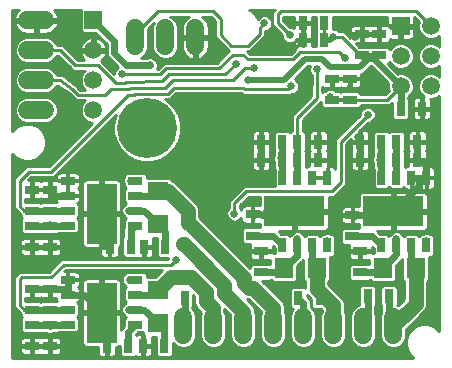
<source format=gbl>
G75*
%MOIN*%
%OFA0B0*%
%FSLAX25Y25*%
%IPPOS*%
%LPD*%
%AMOC8*
5,1,8,0,0,1.08239X$1,22.5*
%
%ADD10R,0.03150X0.04724*%
%ADD11R,0.04724X0.03150*%
%ADD12R,0.02500X0.05000*%
%ADD13R,0.20000X0.10000*%
%ADD14R,0.05000X0.02500*%
%ADD15R,0.10000X0.20000*%
%ADD16C,0.05900*%
%ADD17R,0.05900X0.05900*%
%ADD18C,0.05937*%
%ADD19R,0.06299X0.07087*%
%ADD20R,0.07087X0.06299*%
%ADD21C,0.02400*%
%ADD22C,0.20000*%
%ADD23C,0.01000*%
%ADD24C,0.02600*%
%ADD25C,0.02000*%
%ADD26C,0.05000*%
%ADD27C,0.01600*%
D10*
X0046557Y0016500D03*
X0053643Y0016500D03*
X0058557Y0016500D03*
X0065643Y0016500D03*
X0072457Y0032500D03*
X0079543Y0032500D03*
G36*
X0084512Y0032951D02*
X0086739Y0035178D01*
X0090078Y0031839D01*
X0087851Y0029612D01*
X0084512Y0032951D01*
G37*
G36*
X0089522Y0037961D02*
X0091749Y0040188D01*
X0095088Y0036849D01*
X0092861Y0034622D01*
X0089522Y0037961D01*
G37*
X0110357Y0032400D03*
X0117443Y0032400D03*
X0133457Y0033000D03*
X0140543Y0033000D03*
X0142957Y0078500D03*
X0138043Y0078500D03*
X0138043Y0084500D03*
X0142957Y0084500D03*
X0150043Y0084500D03*
X0150043Y0078500D03*
X0151543Y0095500D03*
X0144457Y0095500D03*
X0130957Y0084500D03*
X0130957Y0078500D03*
X0117043Y0078500D03*
X0117043Y0084500D03*
X0109957Y0084500D03*
X0105043Y0084500D03*
X0105043Y0078500D03*
X0109957Y0078500D03*
X0097957Y0078500D03*
X0097957Y0084500D03*
X0111957Y0118500D03*
X0111957Y0124000D03*
X0119043Y0124000D03*
X0119043Y0118500D03*
X0066043Y0049500D03*
X0058957Y0049500D03*
X0054543Y0049500D03*
X0047457Y0049500D03*
D11*
X0027500Y0049457D03*
X0027500Y0056543D03*
X0027500Y0061457D03*
X0027500Y0068543D03*
X0021500Y0068543D03*
X0021500Y0061457D03*
X0021500Y0056543D03*
X0021500Y0049457D03*
X0021500Y0035543D03*
X0027500Y0035543D03*
X0027500Y0028457D03*
X0027500Y0023543D03*
X0027500Y0016457D03*
X0021500Y0016457D03*
X0021500Y0023543D03*
X0021500Y0028457D03*
X0095100Y0053157D03*
X0098000Y0048043D03*
X0098000Y0040957D03*
X0095100Y0060243D03*
X0121500Y0098457D03*
X0127500Y0098457D03*
X0127500Y0105543D03*
X0121500Y0105543D03*
X0131500Y0113357D03*
X0137200Y0113357D03*
X0137200Y0120443D03*
X0131500Y0120443D03*
X0128400Y0060043D03*
X0128400Y0052957D03*
X0131000Y0048043D03*
X0131000Y0040957D03*
D12*
X0138000Y0050000D03*
X0143000Y0050000D03*
X0148000Y0050000D03*
X0153000Y0050000D03*
X0153000Y0072500D03*
X0148000Y0072500D03*
X0143000Y0072500D03*
X0138000Y0072500D03*
X0120000Y0072500D03*
X0115000Y0072500D03*
X0110000Y0072500D03*
X0105000Y0072500D03*
X0105000Y0050000D03*
X0110000Y0050000D03*
X0115000Y0050000D03*
X0120000Y0050000D03*
D13*
X0109000Y0061250D03*
X0142000Y0061250D03*
D14*
X0056000Y0061500D03*
X0056000Y0066500D03*
X0056000Y0071500D03*
X0056000Y0056500D03*
X0056000Y0038500D03*
X0056000Y0033500D03*
X0056000Y0028500D03*
X0056000Y0023500D03*
X0033500Y0023500D03*
X0033500Y0028500D03*
X0033500Y0033500D03*
X0033500Y0038500D03*
X0033500Y0056500D03*
X0033500Y0061500D03*
X0033500Y0066500D03*
X0033500Y0071500D03*
D15*
X0044750Y0060500D03*
X0044750Y0027500D03*
D16*
X0042000Y0095000D03*
X0042000Y0105000D03*
X0042000Y0115000D03*
X0144500Y0113000D03*
X0144500Y0103000D03*
X0154500Y0103000D03*
X0154500Y0113000D03*
X0154500Y0123000D03*
D17*
X0144500Y0123000D03*
X0042000Y0125000D03*
D18*
X0056000Y0122269D02*
X0056000Y0116331D01*
X0066000Y0116331D02*
X0066000Y0122269D01*
X0076000Y0122269D02*
X0076000Y0116331D01*
X0025969Y0115000D02*
X0020031Y0115000D01*
X0020031Y0105000D02*
X0025969Y0105000D01*
X0025969Y0095000D02*
X0020031Y0095000D01*
X0020031Y0125000D02*
X0025969Y0125000D01*
X0072000Y0025969D02*
X0072000Y0020031D01*
X0082000Y0020031D02*
X0082000Y0025969D01*
X0092000Y0025969D02*
X0092000Y0020031D01*
X0102000Y0020031D02*
X0102000Y0025969D01*
X0112000Y0025969D02*
X0112000Y0020031D01*
X0122000Y0020031D02*
X0122000Y0025969D01*
X0132000Y0025969D02*
X0132000Y0020031D01*
X0142000Y0020031D02*
X0142000Y0025969D01*
D19*
X0138488Y0042500D03*
X0149512Y0042500D03*
X0116512Y0042500D03*
X0105488Y0042500D03*
D20*
X0063500Y0035012D03*
X0063500Y0023988D03*
X0063500Y0056988D03*
X0063500Y0068012D03*
D21*
X0061988Y0066500D01*
X0056000Y0066500D01*
X0056000Y0061500D02*
X0054000Y0061500D01*
X0056000Y0061500D02*
X0058988Y0061500D01*
X0063500Y0056988D01*
X0066043Y0054445D01*
X0066043Y0049500D01*
X0056000Y0056500D02*
X0054543Y0055043D01*
X0054543Y0049500D01*
X0047600Y0049500D02*
X0047500Y0049400D01*
X0047100Y0049400D01*
X0047200Y0049500D01*
X0047300Y0049500D01*
X0047200Y0049600D01*
X0047200Y0050900D01*
X0047600Y0049700D02*
X0047600Y0049500D01*
X0047457Y0049500D02*
X0047513Y0052357D01*
X0047700Y0052157D02*
X0047457Y0049500D01*
X0045957Y0059293D01*
X0044750Y0060500D01*
X0045800Y0050300D02*
X0045800Y0049600D01*
X0045900Y0049700D01*
X0047600Y0049700D01*
X0045800Y0049600D02*
X0044800Y0049600D01*
X0054200Y0038500D02*
X0056000Y0038500D01*
X0056000Y0033500D02*
X0061988Y0033500D01*
X0063500Y0035012D01*
X0058988Y0028500D02*
X0056000Y0028500D01*
X0054000Y0028500D01*
X0058988Y0028500D02*
X0063500Y0023988D01*
X0065643Y0023045D01*
X0065643Y0016500D01*
X0072000Y0023000D02*
X0072457Y0023457D01*
X0072457Y0032500D01*
X0056000Y0023500D02*
X0053643Y0021143D01*
X0053643Y0016500D01*
X0045957Y0026293D02*
X0044750Y0027500D01*
X0038750Y0033500D01*
X0033500Y0033500D01*
X0033500Y0035500D01*
X0033457Y0035543D01*
X0027500Y0035543D01*
X0021500Y0035543D01*
X0021500Y0028457D02*
X0027500Y0028457D01*
X0027543Y0028500D01*
X0033500Y0028500D01*
X0033457Y0023543D02*
X0027500Y0023543D01*
X0027500Y0023000D01*
X0027500Y0023543D02*
X0021500Y0023543D01*
X0033457Y0023543D02*
X0033500Y0023500D01*
X0033500Y0035500D02*
X0033500Y0038500D01*
X0033500Y0056500D02*
X0033457Y0056543D01*
X0027500Y0056543D01*
X0027500Y0056600D01*
X0027500Y0056543D02*
X0021500Y0056543D01*
X0021500Y0061457D02*
X0027500Y0061457D01*
X0027543Y0061500D01*
X0033500Y0061500D01*
X0033500Y0066500D02*
X0029543Y0066500D01*
X0027500Y0068543D01*
X0054500Y0071500D02*
X0056000Y0071500D01*
X0053000Y0110000D02*
X0060900Y0110000D01*
X0053000Y0110000D02*
X0049000Y0114000D01*
X0049000Y0118000D01*
X0042000Y0125000D01*
X0097957Y0084500D02*
X0097957Y0078500D01*
X0104500Y0079000D02*
X0105000Y0083457D01*
X0105043Y0083500D01*
X0105000Y0083500D01*
X0105043Y0083500D02*
X0105043Y0084500D01*
X0105043Y0083500D02*
X0105043Y0079500D01*
X0105000Y0079500D01*
X0105043Y0079457D01*
X0105043Y0078500D01*
X0105043Y0072543D01*
X0105043Y0072500D02*
X0105000Y0072500D01*
X0110000Y0072500D02*
X0110000Y0078457D01*
X0109957Y0078500D01*
X0109957Y0084500D01*
X0110043Y0084587D01*
X0105043Y0079500D02*
X0105043Y0079457D01*
X0109000Y0061250D02*
X0107750Y0060000D01*
X0100557Y0060200D01*
X0095100Y0060243D01*
X0095557Y0060187D01*
X0095100Y0053157D02*
X0101843Y0053157D01*
X0105000Y0050000D01*
X0110000Y0050000D02*
X0110000Y0046512D01*
X0105488Y0042500D01*
X0103945Y0040957D01*
X0098000Y0040957D01*
X0110000Y0050000D02*
X0110000Y0052000D01*
X0115000Y0050000D02*
X0115000Y0045012D01*
X0116512Y0042500D01*
X0120000Y0050000D02*
X0120000Y0051500D01*
X0128400Y0052957D02*
X0134957Y0052957D01*
X0138000Y0050000D01*
X0143000Y0050000D02*
X0143000Y0047012D01*
X0138488Y0042500D01*
X0136945Y0040957D01*
X0131000Y0040957D01*
X0133457Y0033000D02*
X0133457Y0024457D01*
X0132000Y0023000D01*
X0140543Y0024457D02*
X0140543Y0033000D01*
X0140543Y0024457D02*
X0142000Y0023000D01*
X0149000Y0038500D02*
X0149000Y0042500D01*
X0149512Y0042500D01*
X0148000Y0044512D01*
X0148000Y0050000D01*
X0143000Y0050000D02*
X0143000Y0052000D01*
X0142000Y0061250D02*
X0136707Y0059750D01*
X0128400Y0060043D01*
X0129100Y0059843D01*
X0129000Y0060000D02*
X0131457Y0060000D01*
X0128400Y0060043D01*
X0138000Y0072500D02*
X0138043Y0084500D01*
X0138043Y0078500D01*
X0137500Y0078500D01*
X0130957Y0078500D02*
X0130957Y0084500D01*
X0130957Y0077543D01*
X0131000Y0077500D01*
X0142957Y0078500D02*
X0142957Y0084500D01*
X0142957Y0078500D02*
X0143000Y0077043D01*
X0143000Y0072500D01*
X0148000Y0072500D02*
X0150500Y0072500D01*
X0150500Y0069750D01*
X0142000Y0061250D01*
X0150500Y0072500D02*
X0153000Y0072500D01*
X0153000Y0077043D01*
X0150043Y0078500D01*
X0150043Y0084500D01*
X0144457Y0095500D02*
X0144457Y0102957D01*
X0144500Y0103000D01*
X0153000Y0051500D02*
X0153000Y0050000D01*
X0120000Y0032043D02*
X0120000Y0032000D01*
X0120000Y0032043D02*
X0117443Y0032400D01*
X0112000Y0030757D02*
X0112000Y0023000D01*
X0112000Y0030757D02*
X0110357Y0032400D01*
D22*
X0083500Y0089000D03*
X0060000Y0089000D03*
D23*
X0015000Y0080461D02*
X0015000Y0012500D01*
X0148661Y0012500D01*
X0147202Y0013960D01*
X0146250Y0016257D01*
X0146250Y0018743D01*
X0147202Y0021040D01*
X0148960Y0022798D01*
X0151257Y0023750D01*
X0153743Y0023750D01*
X0156040Y0022798D01*
X0157400Y0021439D01*
X0157400Y0099890D01*
X0156907Y0099397D01*
X0155345Y0098750D01*
X0154338Y0098750D01*
X0154516Y0098441D01*
X0154618Y0098060D01*
X0154618Y0095787D01*
X0151831Y0095787D01*
X0151831Y0095213D01*
X0154618Y0095213D01*
X0154618Y0092940D01*
X0154516Y0092559D01*
X0154318Y0092217D01*
X0154039Y0091937D01*
X0153697Y0091740D01*
X0153316Y0091638D01*
X0151831Y0091638D01*
X0151831Y0095213D01*
X0151256Y0095213D01*
X0148469Y0095213D01*
X0148469Y0092940D01*
X0148571Y0092559D01*
X0148768Y0092217D01*
X0149047Y0091937D01*
X0149390Y0091740D01*
X0149771Y0091638D01*
X0151256Y0091638D01*
X0151256Y0095213D01*
X0151256Y0095787D01*
X0148468Y0095787D01*
X0148469Y0098060D01*
X0148571Y0098441D01*
X0148768Y0098783D01*
X0149047Y0099062D01*
X0149390Y0099260D01*
X0149771Y0099362D01*
X0151256Y0099362D01*
X0151256Y0095787D01*
X0151831Y0095787D01*
X0151831Y0099362D01*
X0152177Y0099362D01*
X0152093Y0099397D01*
X0150897Y0100593D01*
X0150250Y0102155D01*
X0150250Y0103845D01*
X0150897Y0105407D01*
X0152093Y0106603D01*
X0153655Y0107250D01*
X0155345Y0107250D01*
X0156907Y0106603D01*
X0157400Y0106110D01*
X0157400Y0109890D01*
X0156907Y0109397D01*
X0155345Y0108750D01*
X0153655Y0108750D01*
X0152093Y0109397D01*
X0150897Y0110593D01*
X0150250Y0112155D01*
X0150250Y0113845D01*
X0148750Y0113845D01*
X0148103Y0115407D01*
X0146907Y0116603D01*
X0145345Y0117250D01*
X0143655Y0117250D01*
X0142093Y0116603D01*
X0140897Y0115407D01*
X0140862Y0115323D01*
X0140862Y0115470D01*
X0140101Y0116231D01*
X0130614Y0116231D01*
X0129477Y0117369D01*
X0131213Y0117368D01*
X0131213Y0120156D01*
X0131787Y0120156D01*
X0131787Y0117369D01*
X0134060Y0117369D01*
X0134350Y0117446D01*
X0134640Y0117369D01*
X0136913Y0117368D01*
X0136913Y0120156D01*
X0137487Y0120156D01*
X0137487Y0117369D01*
X0139760Y0117369D01*
X0140141Y0117471D01*
X0140483Y0117668D01*
X0140762Y0117947D01*
X0140960Y0118290D01*
X0141051Y0118631D01*
X0141353Y0118550D01*
X0144025Y0118550D01*
X0144025Y0122525D01*
X0140979Y0122525D01*
X0140960Y0122597D01*
X0140762Y0122939D01*
X0140483Y0123218D01*
X0140141Y0123416D01*
X0139760Y0123518D01*
X0137487Y0123518D01*
X0137487Y0120731D01*
X0136913Y0120731D01*
X0136913Y0123518D01*
X0134640Y0123518D01*
X0134350Y0123440D01*
X0134060Y0123518D01*
X0131787Y0123518D01*
X0131787Y0120731D01*
X0131213Y0120731D01*
X0131213Y0123518D01*
X0128940Y0123518D01*
X0128559Y0123416D01*
X0128217Y0123218D01*
X0127937Y0122939D01*
X0127740Y0122597D01*
X0127638Y0122216D01*
X0127638Y0120731D01*
X0131213Y0120731D01*
X0131213Y0120156D01*
X0127638Y0120156D01*
X0127638Y0119208D01*
X0125546Y0121300D01*
X0124054Y0121300D01*
X0123877Y0121300D01*
X0123473Y0121704D01*
X0122517Y0122100D01*
X0121918Y0122100D01*
X0121918Y0126200D01*
X0140064Y0126200D01*
X0140050Y0126147D01*
X0140050Y0123475D01*
X0144025Y0123475D01*
X0144025Y0122525D01*
X0144975Y0122525D01*
X0144975Y0123475D01*
X0148950Y0123475D01*
X0148950Y0126004D01*
X0150502Y0124453D01*
X0150250Y0123845D01*
X0150250Y0122155D01*
X0150897Y0120593D01*
X0152093Y0119397D01*
X0153655Y0118750D01*
X0155345Y0118750D01*
X0156907Y0119397D01*
X0157400Y0119890D01*
X0157400Y0116110D01*
X0156907Y0116603D01*
X0155345Y0117250D01*
X0153655Y0117250D01*
X0152093Y0116603D01*
X0150897Y0115407D01*
X0150250Y0113845D01*
X0150250Y0112847D02*
X0148750Y0112847D01*
X0148750Y0112155D02*
X0148750Y0113845D01*
X0148336Y0114844D02*
X0150664Y0114844D01*
X0151332Y0115842D02*
X0147668Y0115842D01*
X0146333Y0116841D02*
X0152667Y0116841D01*
X0153443Y0118838D02*
X0148350Y0118838D01*
X0148371Y0118850D02*
X0148650Y0119129D01*
X0148848Y0119471D01*
X0148950Y0119853D01*
X0148950Y0122525D01*
X0144975Y0122525D01*
X0144975Y0118550D01*
X0147647Y0118550D01*
X0148029Y0118652D01*
X0148371Y0118850D01*
X0148946Y0119836D02*
X0151653Y0119836D01*
X0150797Y0120835D02*
X0148950Y0120835D01*
X0148950Y0121833D02*
X0150383Y0121833D01*
X0150250Y0122832D02*
X0144975Y0122832D01*
X0144025Y0122832D02*
X0140824Y0122832D01*
X0140050Y0123830D02*
X0121918Y0123830D01*
X0121918Y0122832D02*
X0127876Y0122832D01*
X0127638Y0121833D02*
X0123161Y0121833D01*
X0122000Y0119500D02*
X0124800Y0119500D01*
X0131700Y0112600D01*
X0133500Y0112500D01*
X0133500Y0112000D01*
X0134453Y0109700D02*
X0134547Y0109700D01*
X0140295Y0103953D01*
X0140250Y0103845D01*
X0140250Y0102155D01*
X0140502Y0101547D01*
X0139211Y0100257D01*
X0131162Y0100257D01*
X0131162Y0100570D01*
X0130401Y0101331D01*
X0124599Y0101331D01*
X0124500Y0101232D01*
X0124401Y0101331D01*
X0122845Y0101331D01*
X0122473Y0101704D01*
X0121517Y0102100D01*
X0120483Y0102100D01*
X0119527Y0101704D01*
X0119155Y0101331D01*
X0118599Y0101331D01*
X0118321Y0101054D01*
X0118339Y0102698D01*
X0118559Y0102571D01*
X0118940Y0102469D01*
X0121213Y0102468D01*
X0121213Y0105256D01*
X0121787Y0105256D01*
X0121787Y0102469D01*
X0124060Y0102469D01*
X0124441Y0102571D01*
X0124500Y0102605D01*
X0124559Y0102571D01*
X0124940Y0102469D01*
X0127213Y0102468D01*
X0127213Y0105256D01*
X0127787Y0105256D01*
X0127787Y0102469D01*
X0130060Y0102469D01*
X0130441Y0102571D01*
X0130783Y0102768D01*
X0131062Y0103047D01*
X0131260Y0103390D01*
X0131362Y0103771D01*
X0131362Y0105256D01*
X0127787Y0105256D01*
X0127787Y0105831D01*
X0131362Y0105831D01*
X0131362Y0107000D01*
X0131753Y0107000D01*
X0134453Y0109700D01*
X0133605Y0108853D02*
X0135395Y0108853D01*
X0136393Y0107854D02*
X0132607Y0107854D01*
X0131362Y0106856D02*
X0137392Y0106856D01*
X0138390Y0105857D02*
X0131362Y0105857D01*
X0131362Y0104859D02*
X0139389Y0104859D01*
X0140256Y0103860D02*
X0131362Y0103860D01*
X0130877Y0102862D02*
X0140250Y0102862D01*
X0140371Y0101863D02*
X0122089Y0101863D01*
X0121787Y0102862D02*
X0121213Y0102862D01*
X0121213Y0103860D02*
X0121787Y0103860D01*
X0121787Y0104859D02*
X0121213Y0104859D01*
X0121787Y0105256D02*
X0121787Y0105831D01*
X0127213Y0105831D01*
X0127213Y0105256D01*
X0123638Y0105256D01*
X0121787Y0105256D01*
X0119911Y0101863D02*
X0118330Y0101863D01*
X0116500Y0099000D02*
X0109957Y0092457D01*
X0109957Y0084500D01*
X0112831Y0084888D02*
X0113969Y0084888D01*
X0113968Y0084787D02*
X0116756Y0084787D01*
X0116756Y0084213D01*
X0113969Y0084213D01*
X0113969Y0081940D01*
X0114071Y0081559D01*
X0114105Y0081500D01*
X0114071Y0081441D01*
X0113969Y0081060D01*
X0113968Y0078787D01*
X0116756Y0078787D01*
X0116756Y0078213D01*
X0113969Y0078213D01*
X0113969Y0076500D01*
X0113553Y0076500D01*
X0113171Y0076398D01*
X0112831Y0076202D01*
X0112831Y0081401D01*
X0112732Y0081500D01*
X0112831Y0081599D01*
X0112831Y0087401D01*
X0112070Y0088162D01*
X0111757Y0088162D01*
X0111757Y0091711D01*
X0117766Y0097721D01*
X0117838Y0097791D01*
X0117838Y0096343D01*
X0118599Y0095582D01*
X0124401Y0095582D01*
X0124500Y0095681D01*
X0124599Y0095582D01*
X0130401Y0095582D01*
X0131162Y0096343D01*
X0131162Y0096657D01*
X0140702Y0096657D01*
X0141582Y0097536D01*
X0141582Y0092599D01*
X0142343Y0091838D01*
X0146570Y0091838D01*
X0147331Y0092599D01*
X0147331Y0098401D01*
X0146957Y0098775D01*
X0146957Y0099446D01*
X0148103Y0100593D01*
X0148750Y0102155D01*
X0148750Y0103845D01*
X0148103Y0105407D01*
X0146907Y0106603D01*
X0145345Y0107250D01*
X0143655Y0107250D01*
X0143547Y0107205D01*
X0140186Y0110567D01*
X0140696Y0111077D01*
X0140897Y0110593D01*
X0142093Y0109397D01*
X0143655Y0108750D01*
X0145345Y0108750D01*
X0146907Y0109397D01*
X0148103Y0110593D01*
X0148750Y0112155D01*
X0148623Y0111848D02*
X0150377Y0111848D01*
X0150791Y0110850D02*
X0148209Y0110850D01*
X0147362Y0109851D02*
X0151638Y0109851D01*
X0153407Y0108853D02*
X0145593Y0108853D01*
X0146298Y0106856D02*
X0152702Y0106856D01*
X0151347Y0105857D02*
X0147653Y0105857D01*
X0148330Y0104859D02*
X0150670Y0104859D01*
X0150256Y0103860D02*
X0148744Y0103860D01*
X0148750Y0102862D02*
X0150250Y0102862D01*
X0150371Y0101863D02*
X0148629Y0101863D01*
X0148216Y0100865D02*
X0150784Y0100865D01*
X0151624Y0099866D02*
X0147376Y0099866D01*
X0146957Y0098868D02*
X0148852Y0098868D01*
X0148469Y0097869D02*
X0147331Y0097869D01*
X0147331Y0096870D02*
X0148469Y0096870D01*
X0148469Y0095872D02*
X0147331Y0095872D01*
X0147331Y0094873D02*
X0148469Y0094873D01*
X0148469Y0093875D02*
X0147331Y0093875D01*
X0147331Y0092876D02*
X0148486Y0092876D01*
X0149151Y0091878D02*
X0146610Y0091878D01*
X0147890Y0088260D02*
X0147547Y0088062D01*
X0147268Y0087783D01*
X0147071Y0087441D01*
X0146969Y0087060D01*
X0146968Y0084787D01*
X0149756Y0084787D01*
X0149756Y0084213D01*
X0146969Y0084213D01*
X0146969Y0081940D01*
X0147071Y0081559D01*
X0147105Y0081500D01*
X0147071Y0081441D01*
X0146969Y0081060D01*
X0146968Y0078787D01*
X0149756Y0078787D01*
X0149756Y0078213D01*
X0146969Y0078213D01*
X0146969Y0076500D01*
X0146553Y0076500D01*
X0146171Y0076398D01*
X0145831Y0076202D01*
X0145831Y0081401D01*
X0145732Y0081500D01*
X0145831Y0081599D01*
X0145831Y0087401D01*
X0145070Y0088162D01*
X0140843Y0088162D01*
X0140500Y0087819D01*
X0140157Y0088162D01*
X0135930Y0088162D01*
X0135169Y0087401D01*
X0135169Y0081599D01*
X0135268Y0081500D01*
X0135169Y0081401D01*
X0135169Y0079665D01*
X0134900Y0079017D01*
X0134900Y0077983D01*
X0135169Y0077335D01*
X0135169Y0075599D01*
X0135450Y0075318D01*
X0135450Y0069462D01*
X0136212Y0068700D01*
X0139788Y0068700D01*
X0140500Y0069412D01*
X0141212Y0068700D01*
X0144788Y0068700D01*
X0145410Y0069321D01*
X0145550Y0069079D01*
X0145829Y0068800D01*
X0146171Y0068602D01*
X0146553Y0068500D01*
X0147875Y0068500D01*
X0147875Y0072375D01*
X0148125Y0072375D01*
X0148125Y0072625D01*
X0152875Y0072625D01*
X0152875Y0075315D01*
X0153016Y0075559D01*
X0153118Y0075940D01*
X0153118Y0078213D01*
X0150331Y0078213D01*
X0150331Y0078787D01*
X0153118Y0078787D01*
X0153118Y0081060D01*
X0153016Y0081441D01*
X0152982Y0081500D01*
X0153016Y0081559D01*
X0153118Y0081940D01*
X0153118Y0084213D01*
X0150331Y0084213D01*
X0150331Y0084787D01*
X0153118Y0084787D01*
X0153118Y0087060D01*
X0153016Y0087441D01*
X0152818Y0087783D01*
X0152539Y0088062D01*
X0152197Y0088260D01*
X0151816Y0088362D01*
X0150331Y0088362D01*
X0150331Y0084787D01*
X0149756Y0084787D01*
X0149756Y0088362D01*
X0148271Y0088362D01*
X0147890Y0088260D01*
X0147369Y0087884D02*
X0145348Y0087884D01*
X0145831Y0086885D02*
X0146969Y0086885D01*
X0146969Y0085887D02*
X0145831Y0085887D01*
X0145831Y0084888D02*
X0146969Y0084888D01*
X0146969Y0083890D02*
X0145831Y0083890D01*
X0145831Y0082891D02*
X0146969Y0082891D01*
X0146981Y0081893D02*
X0145831Y0081893D01*
X0145831Y0080894D02*
X0146969Y0080894D01*
X0146969Y0079896D02*
X0145831Y0079896D01*
X0145831Y0078897D02*
X0146969Y0078897D01*
X0146969Y0077899D02*
X0145831Y0077899D01*
X0145831Y0076900D02*
X0146969Y0076900D01*
X0149756Y0078787D02*
X0149756Y0084213D01*
X0150331Y0084213D01*
X0150331Y0080638D01*
X0150331Y0078787D01*
X0149756Y0078787D01*
X0149756Y0078897D02*
X0150331Y0078897D01*
X0150331Y0079896D02*
X0149756Y0079896D01*
X0149756Y0080894D02*
X0150331Y0080894D01*
X0150331Y0081893D02*
X0149756Y0081893D01*
X0149756Y0082891D02*
X0150331Y0082891D01*
X0150331Y0083890D02*
X0149756Y0083890D01*
X0149756Y0084888D02*
X0150331Y0084888D01*
X0150331Y0085887D02*
X0149756Y0085887D01*
X0149756Y0086885D02*
X0150331Y0086885D01*
X0150331Y0087884D02*
X0149756Y0087884D01*
X0152718Y0087884D02*
X0157400Y0087884D01*
X0157400Y0088882D02*
X0131428Y0088882D01*
X0131244Y0088362D02*
X0131244Y0084787D01*
X0134031Y0084787D01*
X0134031Y0087060D01*
X0133929Y0087441D01*
X0133732Y0087783D01*
X0133453Y0088062D01*
X0133110Y0088260D01*
X0132729Y0088362D01*
X0131244Y0088362D01*
X0131244Y0087884D02*
X0130669Y0087884D01*
X0130669Y0088124D02*
X0133446Y0090900D01*
X0134017Y0090900D01*
X0134973Y0091296D01*
X0135704Y0092027D01*
X0136100Y0092983D01*
X0136100Y0094017D01*
X0135704Y0094973D01*
X0134973Y0095704D01*
X0134017Y0096100D01*
X0132983Y0096100D01*
X0132027Y0095704D01*
X0131296Y0094973D01*
X0130900Y0094017D01*
X0130900Y0093446D01*
X0122700Y0085246D01*
X0122700Y0075384D01*
X0122648Y0075579D01*
X0122450Y0075921D01*
X0122171Y0076200D01*
X0121829Y0076398D01*
X0121447Y0076500D01*
X0120125Y0076500D01*
X0120125Y0072625D01*
X0119875Y0072625D01*
X0119875Y0075315D01*
X0120016Y0075559D01*
X0120118Y0075940D01*
X0120118Y0078213D01*
X0117331Y0078213D01*
X0117331Y0078787D01*
X0120118Y0078787D01*
X0120118Y0081060D01*
X0120016Y0081441D01*
X0119982Y0081500D01*
X0120016Y0081559D01*
X0120118Y0081940D01*
X0120118Y0084213D01*
X0117331Y0084213D01*
X0117331Y0084787D01*
X0120118Y0084787D01*
X0120118Y0087060D01*
X0120016Y0087441D01*
X0119818Y0087783D01*
X0119539Y0088062D01*
X0119197Y0088260D01*
X0118816Y0088362D01*
X0117331Y0088362D01*
X0117331Y0084787D01*
X0116756Y0084787D01*
X0116756Y0088362D01*
X0115271Y0088362D01*
X0114890Y0088260D01*
X0114547Y0088062D01*
X0114268Y0087783D01*
X0114071Y0087441D01*
X0113969Y0087060D01*
X0113968Y0084787D01*
X0113969Y0083890D02*
X0112831Y0083890D01*
X0112831Y0082891D02*
X0113969Y0082891D01*
X0113981Y0081893D02*
X0112831Y0081893D01*
X0112831Y0080894D02*
X0113969Y0080894D01*
X0113969Y0079896D02*
X0112831Y0079896D01*
X0112831Y0078897D02*
X0113969Y0078897D01*
X0113969Y0077899D02*
X0112831Y0077899D01*
X0112831Y0076900D02*
X0113969Y0076900D01*
X0116756Y0078787D02*
X0116756Y0084213D01*
X0117331Y0084213D01*
X0117331Y0080638D01*
X0117331Y0078787D01*
X0116756Y0078787D01*
X0116756Y0078897D02*
X0117331Y0078897D01*
X0117331Y0079896D02*
X0116756Y0079896D01*
X0116756Y0080894D02*
X0117331Y0080894D01*
X0117331Y0081893D02*
X0116756Y0081893D01*
X0116756Y0082891D02*
X0117331Y0082891D01*
X0117331Y0083890D02*
X0116756Y0083890D01*
X0116756Y0084888D02*
X0117331Y0084888D01*
X0117331Y0085887D02*
X0116756Y0085887D01*
X0116756Y0086885D02*
X0117331Y0086885D01*
X0117331Y0087884D02*
X0116756Y0087884D01*
X0114369Y0087884D02*
X0112348Y0087884D01*
X0112831Y0086885D02*
X0113969Y0086885D01*
X0113969Y0085887D02*
X0112831Y0085887D01*
X0111757Y0088882D02*
X0126337Y0088882D01*
X0125338Y0087884D02*
X0119718Y0087884D01*
X0120118Y0086885D02*
X0124340Y0086885D01*
X0123341Y0085887D02*
X0120118Y0085887D01*
X0120118Y0084888D02*
X0122700Y0084888D01*
X0122700Y0083890D02*
X0120118Y0083890D01*
X0120118Y0082891D02*
X0122700Y0082891D01*
X0122700Y0081893D02*
X0120105Y0081893D01*
X0120118Y0080894D02*
X0122700Y0080894D01*
X0122700Y0079896D02*
X0120118Y0079896D01*
X0120118Y0078897D02*
X0122700Y0078897D01*
X0122700Y0077899D02*
X0120118Y0077899D01*
X0120118Y0076900D02*
X0122700Y0076900D01*
X0122700Y0075902D02*
X0122461Y0075902D01*
X0120125Y0075902D02*
X0120108Y0075902D01*
X0120125Y0074903D02*
X0119875Y0074903D01*
X0119875Y0073905D02*
X0120125Y0073905D01*
X0120125Y0072906D02*
X0119875Y0072906D01*
X0119875Y0072625D02*
X0119875Y0072375D01*
X0117250Y0072375D01*
X0115125Y0072375D01*
X0115125Y0072625D01*
X0119875Y0072625D01*
X0121500Y0068000D02*
X0124500Y0071000D01*
X0124500Y0084500D01*
X0133500Y0093500D01*
X0132432Y0095872D02*
X0130691Y0095872D01*
X0131255Y0094873D02*
X0114919Y0094873D01*
X0113921Y0093875D02*
X0130900Y0093875D01*
X0130331Y0092876D02*
X0112922Y0092876D01*
X0111923Y0091878D02*
X0129332Y0091878D01*
X0128334Y0090879D02*
X0111757Y0090879D01*
X0111757Y0089881D02*
X0127335Y0089881D01*
X0130669Y0088124D02*
X0130669Y0084787D01*
X0130669Y0084213D01*
X0127882Y0084213D01*
X0127882Y0081940D01*
X0127984Y0081559D01*
X0128018Y0081500D01*
X0127984Y0081441D01*
X0127882Y0081060D01*
X0127882Y0078787D01*
X0130669Y0078787D01*
X0130669Y0078213D01*
X0127882Y0078213D01*
X0127882Y0075940D01*
X0127984Y0075559D01*
X0128182Y0075217D01*
X0128461Y0074938D01*
X0128803Y0074740D01*
X0129184Y0074638D01*
X0130669Y0074638D01*
X0130669Y0078213D01*
X0131244Y0078213D01*
X0131244Y0078787D01*
X0134031Y0078787D01*
X0134031Y0081060D01*
X0133929Y0081441D01*
X0133895Y0081500D01*
X0133929Y0081559D01*
X0134031Y0081940D01*
X0134031Y0084213D01*
X0131244Y0084213D01*
X0131244Y0084787D01*
X0130669Y0084787D01*
X0127882Y0084787D01*
X0127882Y0085336D01*
X0126300Y0083754D01*
X0126300Y0070254D01*
X0125246Y0069200D01*
X0122246Y0066200D01*
X0120500Y0066200D01*
X0120500Y0061750D01*
X0109500Y0061750D01*
X0109500Y0060750D01*
X0120500Y0060750D01*
X0120500Y0056053D01*
X0120398Y0055671D01*
X0120200Y0055329D01*
X0119921Y0055050D01*
X0119579Y0054852D01*
X0119197Y0054750D01*
X0109500Y0054750D01*
X0109500Y0060750D01*
X0108500Y0060750D01*
X0098962Y0060750D01*
X0098962Y0061750D01*
X0108500Y0061750D01*
X0108500Y0060750D01*
X0108500Y0054750D01*
X0103786Y0054750D01*
X0103963Y0054573D01*
X0104736Y0053800D01*
X0106788Y0053800D01*
X0107500Y0053088D01*
X0107733Y0053322D01*
X0107796Y0053473D01*
X0108527Y0054204D01*
X0109483Y0054600D01*
X0110517Y0054600D01*
X0111473Y0054204D01*
X0112204Y0053473D01*
X0112267Y0053322D01*
X0112500Y0053088D01*
X0113212Y0053800D01*
X0116788Y0053800D01*
X0117500Y0053088D01*
X0118212Y0053800D01*
X0118759Y0053800D01*
X0119483Y0054100D01*
X0120517Y0054100D01*
X0121241Y0053800D01*
X0121788Y0053800D01*
X0122550Y0053038D01*
X0122550Y0052138D01*
X0122600Y0052017D01*
X0122600Y0050983D01*
X0122550Y0050862D01*
X0122550Y0046962D01*
X0121788Y0046200D01*
X0120961Y0046200D01*
X0120961Y0038418D01*
X0120312Y0037769D01*
X0120312Y0037062D01*
X0123221Y0034153D01*
X0125221Y0032153D01*
X0125800Y0030756D01*
X0125800Y0027949D01*
X0126268Y0026818D01*
X0126268Y0019182D01*
X0125619Y0017614D01*
X0124418Y0016413D01*
X0122849Y0015763D01*
X0121151Y0015763D01*
X0119582Y0016413D01*
X0118381Y0017614D01*
X0117731Y0019182D01*
X0117731Y0026818D01*
X0118200Y0027949D01*
X0118200Y0028426D01*
X0117888Y0028738D01*
X0115330Y0028738D01*
X0114569Y0029499D01*
X0114569Y0032057D01*
X0114359Y0032267D01*
X0113290Y0033336D01*
X0113231Y0033478D01*
X0113231Y0033061D01*
X0113416Y0032876D01*
X0114119Y0032173D01*
X0114500Y0031254D01*
X0114500Y0029505D01*
X0115619Y0028386D01*
X0116268Y0026818D01*
X0116268Y0019182D01*
X0115619Y0017614D01*
X0114418Y0016413D01*
X0112849Y0015763D01*
X0111151Y0015763D01*
X0109582Y0016413D01*
X0108381Y0017614D01*
X0107731Y0019182D01*
X0107731Y0026818D01*
X0108381Y0028386D01*
X0108733Y0028738D01*
X0108243Y0028738D01*
X0107482Y0029499D01*
X0107482Y0035301D01*
X0108243Y0036062D01*
X0112470Y0036062D01*
X0112712Y0035820D01*
X0112712Y0037769D01*
X0112062Y0038418D01*
X0112062Y0045035D01*
X0112033Y0044974D01*
X0111716Y0044692D01*
X0111416Y0044392D01*
X0111346Y0044363D01*
X0109938Y0043111D01*
X0109938Y0038418D01*
X0109176Y0037657D01*
X0101800Y0037657D01*
X0101138Y0038319D01*
X0100901Y0038082D01*
X0098392Y0038082D01*
X0104153Y0032321D01*
X0105221Y0031253D01*
X0105800Y0029856D01*
X0105800Y0027949D01*
X0106268Y0026818D01*
X0106268Y0019182D01*
X0105619Y0017614D01*
X0104418Y0016413D01*
X0102849Y0015763D01*
X0101151Y0015763D01*
X0099582Y0016413D01*
X0098381Y0017614D01*
X0097731Y0019182D01*
X0097731Y0026818D01*
X0098076Y0027650D01*
X0093736Y0031990D01*
X0093370Y0031979D01*
X0093315Y0032000D01*
X0093255Y0032000D01*
X0093160Y0032039D01*
X0094113Y0031127D01*
X0094153Y0031110D01*
X0094658Y0030605D01*
X0095174Y0030111D01*
X0095191Y0030072D01*
X0095221Y0030042D01*
X0095495Y0029382D01*
X0095783Y0028727D01*
X0095784Y0028684D01*
X0095800Y0028645D01*
X0095800Y0027949D01*
X0096268Y0026818D01*
X0096268Y0019182D01*
X0095619Y0017614D01*
X0094418Y0016413D01*
X0092849Y0015763D01*
X0091151Y0015763D01*
X0089582Y0016413D01*
X0088381Y0017614D01*
X0087731Y0019182D01*
X0087731Y0026715D01*
X0085707Y0028654D01*
X0085715Y0028153D01*
X0086268Y0026818D01*
X0086268Y0019182D01*
X0085619Y0017614D01*
X0084418Y0016413D01*
X0082849Y0015763D01*
X0081151Y0015763D01*
X0079582Y0016413D01*
X0078381Y0017614D01*
X0077731Y0019182D01*
X0077731Y0026818D01*
X0078030Y0027539D01*
X0077391Y0028179D01*
X0076322Y0029247D01*
X0075743Y0030644D01*
X0075743Y0032960D01*
X0075331Y0033364D01*
X0075331Y0029599D01*
X0074957Y0029225D01*
X0074957Y0029048D01*
X0075619Y0028386D01*
X0076268Y0026818D01*
X0076268Y0019182D01*
X0075619Y0017614D01*
X0074418Y0016413D01*
X0072849Y0015763D01*
X0071151Y0015763D01*
X0069582Y0016413D01*
X0068518Y0017477D01*
X0068518Y0013599D01*
X0067757Y0012838D01*
X0063530Y0012838D01*
X0062769Y0013599D01*
X0062769Y0019401D01*
X0062906Y0019539D01*
X0061473Y0019539D01*
X0061529Y0019441D01*
X0061631Y0019060D01*
X0061631Y0016787D01*
X0058844Y0016787D01*
X0058844Y0016213D01*
X0061631Y0016213D01*
X0061631Y0013940D01*
X0061529Y0013559D01*
X0061332Y0013217D01*
X0061053Y0012937D01*
X0060710Y0012740D01*
X0060329Y0012638D01*
X0058844Y0012638D01*
X0058844Y0016213D01*
X0058269Y0016213D01*
X0058269Y0012638D01*
X0056784Y0012638D01*
X0056403Y0012740D01*
X0056061Y0012937D01*
X0055959Y0013040D01*
X0055757Y0012838D01*
X0051530Y0012838D01*
X0050769Y0013599D01*
X0050769Y0016397D01*
X0050671Y0016300D01*
X0050329Y0016102D01*
X0049947Y0016000D01*
X0049631Y0016000D01*
X0049631Y0013940D01*
X0049529Y0013559D01*
X0049332Y0013217D01*
X0049053Y0012937D01*
X0048710Y0012740D01*
X0048329Y0012638D01*
X0046844Y0012638D01*
X0046844Y0016000D01*
X0046269Y0016000D01*
X0046269Y0012638D01*
X0044784Y0012638D01*
X0044403Y0012740D01*
X0044061Y0012937D01*
X0043782Y0013217D01*
X0043584Y0013559D01*
X0043482Y0013940D01*
X0043482Y0016000D01*
X0039553Y0016000D01*
X0039171Y0016102D01*
X0038829Y0016300D01*
X0038550Y0016579D01*
X0038352Y0016921D01*
X0038250Y0017303D01*
X0038250Y0027000D01*
X0044250Y0027000D01*
X0044250Y0020172D01*
X0044403Y0020260D01*
X0044784Y0020362D01*
X0045250Y0020362D01*
X0045250Y0027000D01*
X0045250Y0028000D01*
X0044250Y0028000D01*
X0044250Y0039000D01*
X0039553Y0039000D01*
X0039171Y0038898D01*
X0038829Y0038700D01*
X0038550Y0038421D01*
X0038352Y0038079D01*
X0038250Y0037697D01*
X0038250Y0028000D01*
X0044250Y0028000D01*
X0044250Y0027000D01*
X0045250Y0027000D01*
X0051250Y0027000D01*
X0051250Y0021898D01*
X0051524Y0022559D01*
X0052200Y0023236D01*
X0052200Y0025288D01*
X0052912Y0026000D01*
X0052678Y0026233D01*
X0052527Y0026296D01*
X0051796Y0027027D01*
X0051400Y0027983D01*
X0051400Y0029017D01*
X0051796Y0029973D01*
X0052527Y0030704D01*
X0052678Y0030767D01*
X0052912Y0031000D01*
X0052200Y0031712D01*
X0052200Y0035288D01*
X0052912Y0036000D01*
X0052200Y0036712D01*
X0052200Y0036823D01*
X0051996Y0037027D01*
X0051600Y0037983D01*
X0051600Y0039017D01*
X0051996Y0039973D01*
X0052200Y0040177D01*
X0052200Y0040288D01*
X0052962Y0041050D01*
X0053562Y0041050D01*
X0053683Y0041100D01*
X0054717Y0041100D01*
X0054838Y0041050D01*
X0059038Y0041050D01*
X0059800Y0040288D01*
X0059800Y0039461D01*
X0062576Y0039461D01*
X0064814Y0041700D01*
X0032846Y0041700D01*
X0032396Y0041250D01*
X0033375Y0041250D01*
X0033375Y0038625D01*
X0033625Y0038625D01*
X0033625Y0041250D01*
X0036197Y0041250D01*
X0036579Y0041148D01*
X0036921Y0040950D01*
X0037200Y0040671D01*
X0037398Y0040329D01*
X0037500Y0039947D01*
X0037500Y0038625D01*
X0033625Y0038625D01*
X0033625Y0038375D01*
X0037500Y0038375D01*
X0037500Y0037053D01*
X0037398Y0036671D01*
X0037200Y0036329D01*
X0036921Y0036050D01*
X0036835Y0036000D01*
X0036921Y0035950D01*
X0037200Y0035671D01*
X0037398Y0035329D01*
X0037500Y0034947D01*
X0037500Y0033625D01*
X0033625Y0033625D01*
X0033375Y0033625D01*
X0033375Y0038375D01*
X0033625Y0038375D01*
X0033625Y0036250D01*
X0033625Y0033625D01*
X0033625Y0033375D01*
X0037500Y0033375D01*
X0037500Y0032053D01*
X0037398Y0031671D01*
X0037200Y0031329D01*
X0036921Y0031050D01*
X0036679Y0030910D01*
X0037300Y0030288D01*
X0037300Y0026712D01*
X0036588Y0026000D01*
X0037300Y0025288D01*
X0037300Y0021712D01*
X0036538Y0020950D01*
X0030682Y0020950D01*
X0030401Y0020669D01*
X0028665Y0020669D01*
X0028017Y0020400D01*
X0026983Y0020400D01*
X0026335Y0020669D01*
X0024599Y0020669D01*
X0024500Y0020768D01*
X0024401Y0020669D01*
X0018599Y0020669D01*
X0017838Y0021430D01*
X0017838Y0025657D01*
X0018181Y0026000D01*
X0017838Y0026343D01*
X0017838Y0027117D01*
X0016754Y0028200D01*
X0015700Y0029254D01*
X0015700Y0039546D01*
X0016754Y0040600D01*
X0017354Y0041200D01*
X0027254Y0041200D01*
X0031354Y0045300D01*
X0066900Y0045300D01*
X0066900Y0045517D01*
X0067033Y0045838D01*
X0063930Y0045838D01*
X0063169Y0046599D01*
X0063169Y0052401D01*
X0063306Y0052539D01*
X0061873Y0052539D01*
X0061929Y0052441D01*
X0062031Y0052060D01*
X0062031Y0049787D01*
X0059244Y0049787D01*
X0059244Y0049213D01*
X0062031Y0049213D01*
X0062031Y0046940D01*
X0061929Y0046559D01*
X0061732Y0046217D01*
X0061453Y0045937D01*
X0061110Y0045740D01*
X0060729Y0045638D01*
X0059244Y0045638D01*
X0059244Y0049213D01*
X0058669Y0049213D01*
X0058669Y0045638D01*
X0057184Y0045638D01*
X0056803Y0045740D01*
X0056634Y0045838D01*
X0052430Y0045838D01*
X0051669Y0046599D01*
X0051669Y0052401D01*
X0052043Y0052775D01*
X0052043Y0055541D01*
X0052200Y0055919D01*
X0052200Y0058288D01*
X0052912Y0059000D01*
X0052678Y0059233D01*
X0052527Y0059296D01*
X0051796Y0060027D01*
X0051400Y0060983D01*
X0051400Y0062017D01*
X0051796Y0062973D01*
X0052527Y0063704D01*
X0052678Y0063767D01*
X0052912Y0064000D01*
X0052200Y0064712D01*
X0052200Y0068288D01*
X0052912Y0069000D01*
X0052200Y0069712D01*
X0052200Y0070259D01*
X0051900Y0070983D01*
X0051900Y0072017D01*
X0052200Y0072741D01*
X0052200Y0073288D01*
X0052962Y0074050D01*
X0053862Y0074050D01*
X0053983Y0074100D01*
X0055017Y0074100D01*
X0055138Y0074050D01*
X0059038Y0074050D01*
X0059800Y0073288D01*
X0059800Y0072461D01*
X0067582Y0072461D01*
X0068343Y0071700D01*
X0068343Y0071564D01*
X0069141Y0071233D01*
X0070210Y0070164D01*
X0076721Y0063653D01*
X0077300Y0062256D01*
X0077300Y0059470D01*
X0094338Y0042339D01*
X0094338Y0043070D01*
X0095099Y0043831D01*
X0100901Y0043831D01*
X0101039Y0043694D01*
X0101039Y0045127D01*
X0100941Y0045071D01*
X0100560Y0044969D01*
X0098287Y0044969D01*
X0098287Y0047756D01*
X0097713Y0047756D01*
X0097713Y0044968D01*
X0095440Y0044969D01*
X0095059Y0045071D01*
X0094717Y0045268D01*
X0094437Y0045547D01*
X0094240Y0045890D01*
X0094138Y0046271D01*
X0094138Y0047756D01*
X0097713Y0047756D01*
X0097713Y0048331D01*
X0094138Y0048331D01*
X0094138Y0049816D01*
X0094240Y0050197D01*
X0094289Y0050282D01*
X0092199Y0050282D01*
X0091438Y0051043D01*
X0091438Y0055270D01*
X0092199Y0056031D01*
X0097506Y0056031D01*
X0097500Y0056053D01*
X0097500Y0057169D01*
X0095387Y0057169D01*
X0095387Y0059956D01*
X0094813Y0059956D01*
X0094813Y0057168D01*
X0092540Y0057169D01*
X0092159Y0057271D01*
X0091817Y0057468D01*
X0091537Y0057747D01*
X0091340Y0058090D01*
X0091238Y0058471D01*
X0091238Y0059108D01*
X0091204Y0059027D01*
X0090473Y0058296D01*
X0089517Y0057900D01*
X0088483Y0057900D01*
X0087527Y0058296D01*
X0086796Y0059027D01*
X0086400Y0059983D01*
X0086400Y0061017D01*
X0086796Y0061973D01*
X0087200Y0062377D01*
X0087200Y0064746D01*
X0092254Y0069800D01*
X0102450Y0069800D01*
X0102450Y0075318D01*
X0102169Y0075599D01*
X0102169Y0077835D01*
X0101900Y0078483D01*
X0101900Y0079517D01*
X0102095Y0079988D01*
X0102169Y0080642D01*
X0102169Y0081401D01*
X0102264Y0081497D01*
X0102265Y0081503D01*
X0102169Y0081599D01*
X0102169Y0087401D01*
X0102930Y0088162D01*
X0107157Y0088162D01*
X0107500Y0087819D01*
X0107843Y0088162D01*
X0108157Y0088162D01*
X0108157Y0093202D01*
X0109211Y0094257D01*
X0109211Y0094257D01*
X0114708Y0099753D01*
X0114781Y0106742D01*
X0114396Y0107127D01*
X0114000Y0108083D01*
X0114000Y0109117D01*
X0114241Y0109700D01*
X0113453Y0109700D01*
X0109108Y0105355D01*
X0109473Y0105204D01*
X0110204Y0104473D01*
X0110600Y0103517D01*
X0110600Y0102483D01*
X0110204Y0101527D01*
X0109473Y0100796D01*
X0108517Y0100400D01*
X0107946Y0100400D01*
X0107746Y0100200D01*
X0091754Y0100200D01*
X0091254Y0100700D01*
X0069646Y0100700D01*
X0068700Y0099754D01*
X0068700Y0099754D01*
X0067646Y0098700D01*
X0065799Y0098700D01*
X0066938Y0098042D01*
X0069042Y0095938D01*
X0070530Y0093362D01*
X0071300Y0090488D01*
X0071300Y0087512D01*
X0070530Y0084638D01*
X0069042Y0082062D01*
X0066938Y0079958D01*
X0064362Y0078470D01*
X0061488Y0077700D01*
X0058512Y0077700D01*
X0055638Y0078470D01*
X0053062Y0079958D01*
X0050958Y0082062D01*
X0049470Y0084638D01*
X0048700Y0087512D01*
X0048700Y0090488D01*
X0049470Y0093362D01*
X0049556Y0093510D01*
X0028746Y0072700D01*
X0021202Y0072700D01*
X0020120Y0071618D01*
X0021213Y0071618D01*
X0021213Y0068831D01*
X0021787Y0068831D01*
X0021787Y0071618D01*
X0024060Y0071618D01*
X0024441Y0071516D01*
X0024500Y0071482D01*
X0024559Y0071516D01*
X0024940Y0071618D01*
X0027213Y0071618D01*
X0027213Y0068831D01*
X0027787Y0068831D01*
X0027787Y0071618D01*
X0030060Y0071618D01*
X0030441Y0071516D01*
X0030685Y0071375D01*
X0033375Y0071375D01*
X0033625Y0071375D01*
X0033625Y0071625D01*
X0033375Y0071625D01*
X0033375Y0074250D01*
X0030803Y0074250D01*
X0030421Y0074148D01*
X0030079Y0073950D01*
X0029800Y0073671D01*
X0029602Y0073329D01*
X0029500Y0072947D01*
X0029500Y0071625D01*
X0033375Y0071625D01*
X0033375Y0071375D01*
X0033375Y0066625D01*
X0033625Y0066625D01*
X0033625Y0068750D01*
X0033625Y0071375D01*
X0037500Y0071375D01*
X0037500Y0070053D01*
X0037398Y0069671D01*
X0037200Y0069329D01*
X0036921Y0069050D01*
X0036835Y0069000D01*
X0036921Y0068950D01*
X0037200Y0068671D01*
X0037398Y0068329D01*
X0037500Y0067947D01*
X0037500Y0066625D01*
X0033625Y0066625D01*
X0033625Y0066375D01*
X0037500Y0066375D01*
X0037500Y0065053D01*
X0037398Y0064671D01*
X0037200Y0064329D01*
X0036921Y0064050D01*
X0036679Y0063910D01*
X0037300Y0063288D01*
X0037300Y0059712D01*
X0036588Y0059000D01*
X0037300Y0058288D01*
X0037300Y0054712D01*
X0036538Y0053950D01*
X0030682Y0053950D01*
X0030401Y0053669D01*
X0024599Y0053669D01*
X0024500Y0053768D01*
X0024401Y0053669D01*
X0018599Y0053669D01*
X0017838Y0054430D01*
X0017838Y0058657D01*
X0018181Y0059000D01*
X0017838Y0059343D01*
X0017838Y0060117D01*
X0016754Y0061200D01*
X0015700Y0062254D01*
X0015700Y0072289D01*
X0019711Y0076300D01*
X0027254Y0076300D01*
X0041704Y0090750D01*
X0041155Y0090750D01*
X0039593Y0091397D01*
X0038397Y0092593D01*
X0037750Y0094155D01*
X0037750Y0095845D01*
X0038397Y0097407D01*
X0039290Y0098300D01*
X0036154Y0098300D01*
X0035100Y0099354D01*
X0033818Y0100637D01*
X0030400Y0103200D01*
X0029843Y0103200D01*
X0029587Y0102582D01*
X0028386Y0101381D01*
X0026818Y0100731D01*
X0019182Y0100731D01*
X0017614Y0101381D01*
X0016413Y0102582D01*
X0015763Y0104151D01*
X0015763Y0105849D01*
X0016413Y0107418D01*
X0017614Y0108619D01*
X0019182Y0109268D01*
X0026818Y0109268D01*
X0028386Y0108619D01*
X0029587Y0107418D01*
X0029843Y0106800D01*
X0030872Y0106800D01*
X0031484Y0106887D01*
X0031600Y0106800D01*
X0031746Y0106800D01*
X0032182Y0106363D01*
X0035600Y0103800D01*
X0035746Y0103800D01*
X0036182Y0103363D01*
X0036676Y0102993D01*
X0036697Y0102849D01*
X0037646Y0101900D01*
X0039090Y0101900D01*
X0038397Y0102593D01*
X0037750Y0104155D01*
X0037750Y0105845D01*
X0038397Y0107407D01*
X0039190Y0108200D01*
X0035254Y0108200D01*
X0034200Y0109254D01*
X0030254Y0113200D01*
X0029843Y0113200D01*
X0029587Y0112582D01*
X0028386Y0111381D01*
X0026818Y0110731D01*
X0019182Y0110731D01*
X0017614Y0111381D01*
X0016413Y0112582D01*
X0015763Y0114151D01*
X0015763Y0115849D01*
X0016413Y0117418D01*
X0017614Y0118619D01*
X0019182Y0119268D01*
X0026818Y0119268D01*
X0028386Y0118619D01*
X0029587Y0117418D01*
X0029843Y0116800D01*
X0031746Y0116800D01*
X0036746Y0111800D01*
X0038907Y0111800D01*
X0038606Y0112101D01*
X0038194Y0112668D01*
X0037876Y0113292D01*
X0037660Y0113958D01*
X0037570Y0114525D01*
X0041525Y0114525D01*
X0041525Y0115475D01*
X0041525Y0119430D01*
X0040958Y0119340D01*
X0040292Y0119124D01*
X0039668Y0118806D01*
X0039101Y0118394D01*
X0038606Y0117899D01*
X0038194Y0117332D01*
X0037876Y0116708D01*
X0037660Y0116042D01*
X0037570Y0115475D01*
X0041525Y0115475D01*
X0042475Y0115475D01*
X0042475Y0119430D01*
X0043042Y0119340D01*
X0043708Y0119124D01*
X0044332Y0118806D01*
X0044899Y0118394D01*
X0045394Y0117899D01*
X0045806Y0117332D01*
X0046124Y0116708D01*
X0046340Y0116042D01*
X0046430Y0115475D01*
X0042475Y0115475D01*
X0042475Y0114525D01*
X0046430Y0114525D01*
X0046340Y0113958D01*
X0046124Y0113292D01*
X0045806Y0112668D01*
X0045394Y0112101D01*
X0044899Y0111606D01*
X0044633Y0111413D01*
X0048900Y0107146D01*
X0048900Y0107517D01*
X0049296Y0108473D01*
X0050027Y0109204D01*
X0050192Y0109272D01*
X0046881Y0112584D01*
X0046500Y0113503D01*
X0046500Y0116964D01*
X0042714Y0120750D01*
X0038512Y0120750D01*
X0037750Y0121512D01*
X0037750Y0128488D01*
X0037762Y0128500D01*
X0028753Y0128500D01*
X0028880Y0128408D01*
X0029377Y0127911D01*
X0029790Y0127342D01*
X0030110Y0126715D01*
X0030327Y0126046D01*
X0030416Y0125484D01*
X0023484Y0125484D01*
X0023484Y0124516D01*
X0023484Y0120531D01*
X0026320Y0120531D01*
X0027015Y0120642D01*
X0027684Y0120859D01*
X0028311Y0121178D01*
X0028880Y0121592D01*
X0029377Y0122089D01*
X0029790Y0122658D01*
X0030110Y0123285D01*
X0030327Y0123954D01*
X0030416Y0124516D01*
X0023484Y0124516D01*
X0022516Y0124516D01*
X0022516Y0120531D01*
X0019680Y0120531D01*
X0018985Y0120642D01*
X0018316Y0120859D01*
X0017689Y0121178D01*
X0017120Y0121592D01*
X0016623Y0122089D01*
X0016210Y0122658D01*
X0015890Y0123285D01*
X0015673Y0123954D01*
X0015584Y0124516D01*
X0022516Y0124516D01*
X0022516Y0125484D01*
X0015584Y0125484D01*
X0015673Y0126046D01*
X0015890Y0126715D01*
X0016210Y0127342D01*
X0016623Y0127911D01*
X0017120Y0128408D01*
X0017247Y0128500D01*
X0015000Y0128500D01*
X0015000Y0088139D01*
X0016460Y0089598D01*
X0018757Y0090550D01*
X0021243Y0090550D01*
X0023540Y0089598D01*
X0025298Y0087840D01*
X0026250Y0085543D01*
X0026250Y0083057D01*
X0025298Y0080760D01*
X0023540Y0079002D01*
X0021243Y0078050D01*
X0018757Y0078050D01*
X0016460Y0079002D01*
X0015000Y0080461D01*
X0015000Y0079896D02*
X0015565Y0079896D01*
X0015000Y0078897D02*
X0016711Y0078897D01*
X0015000Y0077899D02*
X0028853Y0077899D01*
X0029852Y0078897D02*
X0023289Y0078897D01*
X0024435Y0079896D02*
X0030850Y0079896D01*
X0031849Y0080894D02*
X0025354Y0080894D01*
X0025768Y0081893D02*
X0032847Y0081893D01*
X0033846Y0082891D02*
X0026181Y0082891D01*
X0026250Y0083890D02*
X0034844Y0083890D01*
X0035843Y0084888D02*
X0026250Y0084888D01*
X0026108Y0085887D02*
X0036841Y0085887D01*
X0037840Y0086885D02*
X0025694Y0086885D01*
X0025255Y0087884D02*
X0038838Y0087884D01*
X0039837Y0088882D02*
X0024256Y0088882D01*
X0022859Y0089881D02*
X0040835Y0089881D01*
X0040842Y0090879D02*
X0027175Y0090879D01*
X0026818Y0090731D02*
X0028386Y0091381D01*
X0029587Y0092582D01*
X0030237Y0094151D01*
X0030237Y0095849D01*
X0029587Y0097418D01*
X0028386Y0098619D01*
X0026818Y0099268D01*
X0019182Y0099268D01*
X0017614Y0098619D01*
X0016413Y0097418D01*
X0015763Y0095849D01*
X0015763Y0094151D01*
X0016413Y0092582D01*
X0017614Y0091381D01*
X0019182Y0090731D01*
X0026818Y0090731D01*
X0028883Y0091878D02*
X0039112Y0091878D01*
X0038279Y0092876D02*
X0029709Y0092876D01*
X0030123Y0093875D02*
X0037866Y0093875D01*
X0037750Y0094873D02*
X0030237Y0094873D01*
X0030228Y0095872D02*
X0037761Y0095872D01*
X0038175Y0096870D02*
X0029814Y0096870D01*
X0029136Y0097869D02*
X0038859Y0097869D01*
X0036900Y0100100D02*
X0045900Y0100100D01*
X0047800Y0102000D01*
X0054000Y0102000D01*
X0054500Y0102500D01*
X0066000Y0102500D01*
X0068500Y0105000D01*
X0088500Y0105000D01*
X0092500Y0109000D01*
X0095500Y0109000D01*
X0093500Y0112000D02*
X0108500Y0112000D01*
X0111000Y0114500D01*
X0123800Y0114500D01*
X0125800Y0112500D01*
X0130005Y0116841D02*
X0142667Y0116841D01*
X0141332Y0115842D02*
X0140490Y0115842D01*
X0140654Y0117839D02*
X0157400Y0117839D01*
X0157400Y0116841D02*
X0156333Y0116841D01*
X0155557Y0118838D02*
X0157400Y0118838D01*
X0157400Y0119836D02*
X0157347Y0119836D01*
X0154500Y0123000D02*
X0149500Y0128000D01*
X0104500Y0128000D01*
X0103500Y0127000D01*
X0103500Y0124000D01*
X0107500Y0120000D01*
X0109390Y0118213D02*
X0109704Y0118527D01*
X0109812Y0118787D01*
X0111669Y0118787D01*
X0111669Y0118213D01*
X0109390Y0118213D01*
X0108882Y0117758D02*
X0108882Y0115940D01*
X0108984Y0115559D01*
X0109178Y0115223D01*
X0107754Y0113800D01*
X0094246Y0113800D01*
X0093346Y0114700D01*
X0094246Y0114700D01*
X0095300Y0115754D01*
X0099300Y0119754D01*
X0099300Y0121400D01*
X0099517Y0121400D01*
X0100473Y0121796D01*
X0101204Y0122527D01*
X0101600Y0123483D01*
X0101600Y0124517D01*
X0101204Y0125473D01*
X0100473Y0126204D01*
X0099517Y0126600D01*
X0098483Y0126600D01*
X0097527Y0126204D01*
X0096796Y0125473D01*
X0096768Y0125406D01*
X0096298Y0126540D01*
X0094540Y0128298D01*
X0094054Y0128500D01*
X0102454Y0128500D01*
X0101700Y0127746D01*
X0101700Y0123254D01*
X0104900Y0120054D01*
X0104900Y0119483D01*
X0105296Y0118527D01*
X0106027Y0117796D01*
X0106983Y0117400D01*
X0108017Y0117400D01*
X0108882Y0117758D01*
X0108882Y0116841D02*
X0096386Y0116841D01*
X0095388Y0115842D02*
X0108908Y0115842D01*
X0108500Y0115000D02*
X0112000Y0118500D01*
X0111957Y0118500D02*
X0111957Y0124000D01*
X0112244Y0123830D02*
X0116169Y0123830D01*
X0116169Y0122832D02*
X0115031Y0122832D01*
X0115031Y0123713D02*
X0112244Y0123713D01*
X0112244Y0124287D01*
X0115031Y0124287D01*
X0115031Y0126200D01*
X0116169Y0126200D01*
X0116169Y0116300D01*
X0115031Y0116300D01*
X0115031Y0118213D01*
X0112244Y0118213D01*
X0112244Y0118787D01*
X0115031Y0118787D01*
X0115031Y0121060D01*
X0114980Y0121250D01*
X0115031Y0121440D01*
X0115031Y0123713D01*
X0115031Y0124829D02*
X0116169Y0124829D01*
X0116169Y0125827D02*
X0115031Y0125827D01*
X0112244Y0123713D02*
X0112244Y0118787D01*
X0111669Y0118787D01*
X0111669Y0122362D01*
X0111669Y0123713D01*
X0108882Y0123713D01*
X0108882Y0122242D01*
X0108017Y0122600D01*
X0107446Y0122600D01*
X0105300Y0124746D01*
X0105300Y0126200D01*
X0108882Y0126200D01*
X0108882Y0124287D01*
X0111669Y0124287D01*
X0111669Y0123713D01*
X0112244Y0123713D01*
X0111669Y0123830D02*
X0106215Y0123830D01*
X0105300Y0124829D02*
X0108882Y0124829D01*
X0108882Y0125827D02*
X0105300Y0125827D01*
X0107214Y0122832D02*
X0108882Y0122832D01*
X0111669Y0122832D02*
X0112244Y0122832D01*
X0112244Y0121833D02*
X0111669Y0121833D01*
X0111669Y0120835D02*
X0112244Y0120835D01*
X0112244Y0119836D02*
X0111669Y0119836D01*
X0111669Y0118838D02*
X0112244Y0118838D01*
X0112244Y0118213D02*
X0112244Y0116300D01*
X0111669Y0116300D01*
X0111669Y0118213D01*
X0112244Y0118213D01*
X0112244Y0117839D02*
X0111669Y0117839D01*
X0111669Y0116841D02*
X0112244Y0116841D01*
X0115031Y0116841D02*
X0116169Y0116841D01*
X0116169Y0117839D02*
X0115031Y0117839D01*
X0115031Y0118838D02*
X0116169Y0118838D01*
X0116169Y0119836D02*
X0115031Y0119836D01*
X0115031Y0120835D02*
X0116169Y0120835D01*
X0116169Y0121833D02*
X0115031Y0121833D01*
X0119043Y0124000D02*
X0119043Y0118500D01*
X0121918Y0124829D02*
X0140050Y0124829D01*
X0140050Y0125827D02*
X0121918Y0125827D01*
X0126011Y0120835D02*
X0127638Y0120835D01*
X0127638Y0119836D02*
X0127009Y0119836D01*
X0131213Y0119836D02*
X0131787Y0119836D01*
X0131787Y0120156D02*
X0131787Y0120731D01*
X0135362Y0120731D01*
X0136913Y0120731D01*
X0136913Y0120156D01*
X0131787Y0120156D01*
X0131787Y0120835D02*
X0131213Y0120835D01*
X0131213Y0121833D02*
X0131787Y0121833D01*
X0131787Y0122832D02*
X0131213Y0122832D01*
X0131213Y0118838D02*
X0131787Y0118838D01*
X0131787Y0117839D02*
X0131213Y0117839D01*
X0136913Y0117839D02*
X0137487Y0117839D01*
X0137487Y0118838D02*
X0136913Y0118838D01*
X0136913Y0119836D02*
X0137487Y0119836D01*
X0137487Y0120835D02*
X0136913Y0120835D01*
X0136913Y0121833D02*
X0137487Y0121833D01*
X0137487Y0122832D02*
X0136913Y0122832D01*
X0144025Y0121833D02*
X0144975Y0121833D01*
X0144975Y0120835D02*
X0144025Y0120835D01*
X0144025Y0119836D02*
X0144975Y0119836D01*
X0144975Y0118838D02*
X0144025Y0118838D01*
X0148950Y0123830D02*
X0150250Y0123830D01*
X0150126Y0124829D02*
X0148950Y0124829D01*
X0148950Y0125827D02*
X0149127Y0125827D01*
X0140791Y0110850D02*
X0140468Y0110850D01*
X0140902Y0109851D02*
X0141638Y0109851D01*
X0141900Y0108853D02*
X0143407Y0108853D01*
X0142899Y0107854D02*
X0157400Y0107854D01*
X0157400Y0106856D02*
X0156298Y0106856D01*
X0155593Y0108853D02*
X0157400Y0108853D01*
X0157362Y0109851D02*
X0157400Y0109851D01*
X0157376Y0099866D02*
X0157400Y0099866D01*
X0157400Y0098868D02*
X0155629Y0098868D01*
X0154618Y0097869D02*
X0157400Y0097869D01*
X0157400Y0096870D02*
X0154618Y0096870D01*
X0154618Y0095872D02*
X0157400Y0095872D01*
X0157400Y0094873D02*
X0154618Y0094873D01*
X0154618Y0093875D02*
X0157400Y0093875D01*
X0157400Y0092876D02*
X0154601Y0092876D01*
X0153936Y0091878D02*
X0157400Y0091878D01*
X0157400Y0090879D02*
X0133425Y0090879D01*
X0132426Y0089881D02*
X0157400Y0089881D01*
X0157400Y0086885D02*
X0153118Y0086885D01*
X0153118Y0085887D02*
X0157400Y0085887D01*
X0157400Y0084888D02*
X0153118Y0084888D01*
X0153118Y0083890D02*
X0157400Y0083890D01*
X0157400Y0082891D02*
X0153118Y0082891D01*
X0153105Y0081893D02*
X0157400Y0081893D01*
X0157400Y0080894D02*
X0153118Y0080894D01*
X0153118Y0079896D02*
X0157400Y0079896D01*
X0157400Y0078897D02*
X0153118Y0078897D01*
X0153118Y0077899D02*
X0157400Y0077899D01*
X0157400Y0076900D02*
X0153118Y0076900D01*
X0153125Y0076500D02*
X0153125Y0072625D01*
X0152875Y0072625D01*
X0152875Y0072375D01*
X0153125Y0072375D01*
X0153125Y0072625D01*
X0155750Y0072625D01*
X0155750Y0075197D01*
X0155648Y0075579D01*
X0155450Y0075921D01*
X0155171Y0076200D01*
X0154829Y0076398D01*
X0154447Y0076500D01*
X0153125Y0076500D01*
X0153108Y0075902D02*
X0153125Y0075902D01*
X0153125Y0074903D02*
X0152875Y0074903D01*
X0152875Y0073905D02*
X0153125Y0073905D01*
X0153125Y0072906D02*
X0152875Y0072906D01*
X0152875Y0072375D02*
X0150250Y0072375D01*
X0148125Y0072375D01*
X0148125Y0068500D01*
X0149447Y0068500D01*
X0149829Y0068602D01*
X0150171Y0068800D01*
X0150450Y0069079D01*
X0150500Y0069165D01*
X0150550Y0069079D01*
X0150829Y0068800D01*
X0151171Y0068602D01*
X0151553Y0068500D01*
X0152875Y0068500D01*
X0152875Y0072375D01*
X0153125Y0072375D02*
X0153125Y0068500D01*
X0154447Y0068500D01*
X0154829Y0068602D01*
X0155171Y0068800D01*
X0155450Y0069079D01*
X0155648Y0069421D01*
X0155750Y0069803D01*
X0155750Y0072375D01*
X0153125Y0072375D01*
X0153125Y0071908D02*
X0152875Y0071908D01*
X0152875Y0070909D02*
X0153125Y0070909D01*
X0153125Y0069911D02*
X0152875Y0069911D01*
X0152875Y0068912D02*
X0153125Y0068912D01*
X0152579Y0067648D02*
X0152921Y0067450D01*
X0153200Y0067171D01*
X0153398Y0066829D01*
X0153500Y0066447D01*
X0153500Y0061750D01*
X0142500Y0061750D01*
X0141500Y0061750D01*
X0141500Y0067750D01*
X0131803Y0067750D01*
X0131421Y0067648D01*
X0131079Y0067450D01*
X0130800Y0067171D01*
X0130602Y0066829D01*
X0130500Y0066447D01*
X0130500Y0063118D01*
X0128687Y0063118D01*
X0128687Y0060331D01*
X0128113Y0060331D01*
X0128113Y0063118D01*
X0125840Y0063118D01*
X0125459Y0063016D01*
X0125117Y0062818D01*
X0124837Y0062539D01*
X0124640Y0062197D01*
X0124538Y0061816D01*
X0124538Y0060331D01*
X0128113Y0060331D01*
X0128113Y0059756D01*
X0128687Y0059756D01*
X0128687Y0056969D01*
X0130500Y0056969D01*
X0130500Y0056053D01*
X0130559Y0055831D01*
X0125499Y0055831D01*
X0124738Y0055070D01*
X0124738Y0050843D01*
X0125499Y0050082D01*
X0127209Y0050082D01*
X0127138Y0049816D01*
X0127138Y0048331D01*
X0130713Y0048331D01*
X0130713Y0047756D01*
X0131287Y0047756D01*
X0131287Y0044969D01*
X0133560Y0044969D01*
X0133941Y0045071D01*
X0134039Y0045127D01*
X0134039Y0043694D01*
X0133901Y0043831D01*
X0128099Y0043831D01*
X0127338Y0043070D01*
X0127338Y0038843D01*
X0128099Y0038082D01*
X0133901Y0038082D01*
X0134138Y0038319D01*
X0134800Y0037657D01*
X0142176Y0037657D01*
X0142938Y0038418D01*
X0142938Y0043414D01*
X0144416Y0044892D01*
X0145062Y0045538D01*
X0145062Y0038418D01*
X0145712Y0037769D01*
X0145712Y0032086D01*
X0143566Y0029940D01*
X0143349Y0030030D01*
X0143418Y0030099D01*
X0143418Y0035901D01*
X0142657Y0036662D01*
X0138430Y0036662D01*
X0137669Y0035901D01*
X0137669Y0030099D01*
X0138043Y0029725D01*
X0138043Y0027570D01*
X0137731Y0026818D01*
X0137731Y0019182D01*
X0138381Y0017614D01*
X0139582Y0016413D01*
X0141151Y0015763D01*
X0142849Y0015763D01*
X0144418Y0016413D01*
X0145619Y0017614D01*
X0146268Y0019182D01*
X0146268Y0021895D01*
X0151664Y0027290D01*
X0152733Y0028359D01*
X0153312Y0029756D01*
X0153312Y0037769D01*
X0153961Y0038418D01*
X0153961Y0046200D01*
X0154788Y0046200D01*
X0155550Y0046962D01*
X0155550Y0050862D01*
X0155600Y0050983D01*
X0155600Y0052017D01*
X0155550Y0052138D01*
X0155550Y0053038D01*
X0154788Y0053800D01*
X0154241Y0053800D01*
X0153517Y0054100D01*
X0152483Y0054100D01*
X0151759Y0053800D01*
X0151212Y0053800D01*
X0150500Y0053088D01*
X0149788Y0053800D01*
X0146212Y0053800D01*
X0145500Y0053088D01*
X0145267Y0053322D01*
X0145204Y0053473D01*
X0144473Y0054204D01*
X0143517Y0054600D01*
X0142483Y0054600D01*
X0141527Y0054204D01*
X0140796Y0053473D01*
X0140733Y0053322D01*
X0140500Y0053088D01*
X0139788Y0053800D01*
X0137676Y0053800D01*
X0136712Y0054737D01*
X0136699Y0054750D01*
X0141500Y0054750D01*
X0141500Y0060750D01*
X0142500Y0060750D01*
X0142500Y0061750D01*
X0142500Y0067750D01*
X0152197Y0067750D01*
X0152579Y0067648D01*
X0153348Y0066915D02*
X0157400Y0066915D01*
X0157400Y0065917D02*
X0153500Y0065917D01*
X0153500Y0064918D02*
X0157400Y0064918D01*
X0157400Y0063920D02*
X0153500Y0063920D01*
X0153500Y0062921D02*
X0157400Y0062921D01*
X0157400Y0061923D02*
X0153500Y0061923D01*
X0153500Y0060750D02*
X0142500Y0060750D01*
X0142500Y0054750D01*
X0152197Y0054750D01*
X0152579Y0054852D01*
X0152921Y0055050D01*
X0153200Y0055329D01*
X0153398Y0055671D01*
X0153500Y0056053D01*
X0153500Y0060750D01*
X0153500Y0059926D02*
X0157400Y0059926D01*
X0157400Y0060924D02*
X0142500Y0060924D01*
X0142500Y0059926D02*
X0141500Y0059926D01*
X0141500Y0060750D02*
X0132262Y0060750D01*
X0132262Y0061750D01*
X0141500Y0061750D01*
X0141500Y0060750D01*
X0141500Y0060924D02*
X0132262Y0060924D01*
X0130500Y0060331D02*
X0128687Y0060331D01*
X0128687Y0059756D01*
X0130500Y0059756D01*
X0130500Y0060331D01*
X0130500Y0059926D02*
X0128687Y0059926D01*
X0128113Y0059926D02*
X0120500Y0059926D01*
X0120500Y0058927D02*
X0124538Y0058927D01*
X0124538Y0058271D02*
X0124640Y0057890D01*
X0124837Y0057547D01*
X0125117Y0057268D01*
X0125459Y0057071D01*
X0125840Y0056969D01*
X0128113Y0056968D01*
X0128113Y0059756D01*
X0124538Y0059756D01*
X0124538Y0058271D01*
X0124630Y0057929D02*
X0120500Y0057929D01*
X0120500Y0056930D02*
X0130500Y0056930D01*
X0130532Y0055932D02*
X0120468Y0055932D01*
X0119719Y0054933D02*
X0124738Y0054933D01*
X0124738Y0053934D02*
X0120917Y0053934D01*
X0122550Y0052936D02*
X0124738Y0052936D01*
X0124738Y0051937D02*
X0122600Y0051937D01*
X0122582Y0050939D02*
X0124738Y0050939D01*
X0122550Y0049940D02*
X0127171Y0049940D01*
X0127138Y0048942D02*
X0122550Y0048942D01*
X0122550Y0047943D02*
X0130713Y0047943D01*
X0130713Y0047756D02*
X0127138Y0047756D01*
X0127138Y0046271D01*
X0127240Y0045890D01*
X0127437Y0045547D01*
X0127717Y0045268D01*
X0128059Y0045071D01*
X0128440Y0044969D01*
X0130713Y0044968D01*
X0130713Y0047756D01*
X0131287Y0047756D02*
X0131287Y0048331D01*
X0134862Y0048331D01*
X0134862Y0049563D01*
X0135450Y0048992D01*
X0135450Y0047343D01*
X0134862Y0047343D01*
X0134862Y0047756D01*
X0131287Y0047756D01*
X0131287Y0047943D02*
X0135450Y0047943D01*
X0135450Y0048942D02*
X0134862Y0048942D01*
X0134039Y0044948D02*
X0120961Y0044948D01*
X0120961Y0045946D02*
X0127225Y0045946D01*
X0127138Y0046945D02*
X0122533Y0046945D01*
X0120961Y0043949D02*
X0134039Y0043949D01*
X0131287Y0045946D02*
X0130713Y0045946D01*
X0130713Y0046945D02*
X0131287Y0046945D01*
X0127338Y0042951D02*
X0120961Y0042951D01*
X0120961Y0041952D02*
X0127338Y0041952D01*
X0127338Y0040954D02*
X0120961Y0040954D01*
X0120961Y0039955D02*
X0127338Y0039955D01*
X0127338Y0038957D02*
X0120961Y0038957D01*
X0120502Y0037958D02*
X0134498Y0037958D01*
X0135570Y0036662D02*
X0131343Y0036662D01*
X0130582Y0035901D01*
X0130582Y0030099D01*
X0130651Y0030030D01*
X0129582Y0029587D01*
X0128381Y0028386D01*
X0127731Y0026818D01*
X0127731Y0019182D01*
X0128381Y0017614D01*
X0129582Y0016413D01*
X0131151Y0015763D01*
X0132849Y0015763D01*
X0134418Y0016413D01*
X0135619Y0017614D01*
X0136268Y0019182D01*
X0136268Y0026818D01*
X0135957Y0027570D01*
X0135957Y0029725D01*
X0136331Y0030099D01*
X0136331Y0035901D01*
X0135570Y0036662D01*
X0136271Y0035961D02*
X0137729Y0035961D01*
X0137669Y0034963D02*
X0136331Y0034963D01*
X0136331Y0033964D02*
X0137669Y0033964D01*
X0137669Y0032966D02*
X0136331Y0032966D01*
X0136331Y0031967D02*
X0137669Y0031967D01*
X0137669Y0030969D02*
X0136331Y0030969D01*
X0136202Y0029970D02*
X0137798Y0029970D01*
X0138043Y0028972D02*
X0135957Y0028972D01*
X0135957Y0027973D02*
X0138043Y0027973D01*
X0137797Y0026975D02*
X0136203Y0026975D01*
X0136268Y0025976D02*
X0137731Y0025976D01*
X0137731Y0024978D02*
X0136268Y0024978D01*
X0136268Y0023979D02*
X0137731Y0023979D01*
X0137731Y0022981D02*
X0136268Y0022981D01*
X0136268Y0021982D02*
X0137731Y0021982D01*
X0137731Y0020984D02*
X0136268Y0020984D01*
X0136268Y0019985D02*
X0137731Y0019985D01*
X0137813Y0018987D02*
X0136187Y0018987D01*
X0135774Y0017988D02*
X0138226Y0017988D01*
X0139005Y0016990D02*
X0134995Y0016990D01*
X0133400Y0015991D02*
X0140600Y0015991D01*
X0143400Y0015991D02*
X0146360Y0015991D01*
X0146250Y0016990D02*
X0144995Y0016990D01*
X0145774Y0017988D02*
X0146250Y0017988D01*
X0146187Y0018987D02*
X0146351Y0018987D01*
X0146268Y0019985D02*
X0146764Y0019985D01*
X0147178Y0020984D02*
X0146268Y0020984D01*
X0146356Y0021982D02*
X0148143Y0021982D01*
X0147355Y0022981D02*
X0149399Y0022981D01*
X0148353Y0023979D02*
X0157400Y0023979D01*
X0157400Y0022981D02*
X0155601Y0022981D01*
X0156857Y0021982D02*
X0157400Y0021982D01*
X0157400Y0024978D02*
X0149352Y0024978D01*
X0150350Y0025976D02*
X0157400Y0025976D01*
X0157400Y0026975D02*
X0151349Y0026975D01*
X0152347Y0027973D02*
X0157400Y0027973D01*
X0157400Y0028972D02*
X0152987Y0028972D01*
X0153312Y0029970D02*
X0157400Y0029970D01*
X0157400Y0030969D02*
X0153312Y0030969D01*
X0153312Y0031967D02*
X0157400Y0031967D01*
X0157400Y0032966D02*
X0153312Y0032966D01*
X0153312Y0033964D02*
X0157400Y0033964D01*
X0157400Y0034963D02*
X0153312Y0034963D01*
X0153312Y0035961D02*
X0157400Y0035961D01*
X0157400Y0036960D02*
X0153312Y0036960D01*
X0153502Y0037958D02*
X0157400Y0037958D01*
X0157400Y0038957D02*
X0153961Y0038957D01*
X0153961Y0039955D02*
X0157400Y0039955D01*
X0157400Y0040954D02*
X0153961Y0040954D01*
X0153961Y0041952D02*
X0157400Y0041952D01*
X0157400Y0042951D02*
X0153961Y0042951D01*
X0153961Y0043949D02*
X0157400Y0043949D01*
X0157400Y0044948D02*
X0153961Y0044948D01*
X0153961Y0045946D02*
X0157400Y0045946D01*
X0157400Y0046945D02*
X0155533Y0046945D01*
X0155550Y0047943D02*
X0157400Y0047943D01*
X0157400Y0048942D02*
X0155550Y0048942D01*
X0155550Y0049940D02*
X0157400Y0049940D01*
X0157400Y0050939D02*
X0155582Y0050939D01*
X0155600Y0051937D02*
X0157400Y0051937D01*
X0157400Y0052936D02*
X0155550Y0052936D01*
X0153917Y0053934D02*
X0157400Y0053934D01*
X0157400Y0054933D02*
X0152719Y0054933D01*
X0152083Y0053934D02*
X0144742Y0053934D01*
X0142500Y0054933D02*
X0141500Y0054933D01*
X0141500Y0055932D02*
X0142500Y0055932D01*
X0142500Y0056930D02*
X0141500Y0056930D01*
X0141500Y0057929D02*
X0142500Y0057929D01*
X0142500Y0058927D02*
X0141500Y0058927D01*
X0141500Y0061923D02*
X0142500Y0061923D01*
X0142500Y0062921D02*
X0141500Y0062921D01*
X0141500Y0063920D02*
X0142500Y0063920D01*
X0142500Y0064918D02*
X0141500Y0064918D01*
X0141500Y0065917D02*
X0142500Y0065917D01*
X0142500Y0066915D02*
X0141500Y0066915D01*
X0140999Y0068912D02*
X0140001Y0068912D01*
X0135999Y0068912D02*
X0124958Y0068912D01*
X0125956Y0069911D02*
X0135450Y0069911D01*
X0135450Y0070909D02*
X0126300Y0070909D01*
X0126300Y0071908D02*
X0135450Y0071908D01*
X0135450Y0072906D02*
X0126300Y0072906D01*
X0126300Y0073905D02*
X0135450Y0073905D01*
X0135450Y0074903D02*
X0133393Y0074903D01*
X0133453Y0074938D02*
X0133732Y0075217D01*
X0133929Y0075559D01*
X0134031Y0075940D01*
X0134031Y0078213D01*
X0131244Y0078213D01*
X0131244Y0074638D01*
X0132729Y0074638D01*
X0133110Y0074740D01*
X0133453Y0074938D01*
X0134021Y0075902D02*
X0135169Y0075902D01*
X0135169Y0076900D02*
X0134031Y0076900D01*
X0134031Y0077899D02*
X0134935Y0077899D01*
X0134900Y0078897D02*
X0134031Y0078897D01*
X0134031Y0079896D02*
X0135169Y0079896D01*
X0135169Y0080894D02*
X0134031Y0080894D01*
X0134019Y0081893D02*
X0135169Y0081893D01*
X0135169Y0082891D02*
X0134031Y0082891D01*
X0134031Y0083890D02*
X0135169Y0083890D01*
X0135169Y0084888D02*
X0134031Y0084888D01*
X0134031Y0085887D02*
X0135169Y0085887D01*
X0135169Y0086885D02*
X0134031Y0086885D01*
X0133631Y0087884D02*
X0135652Y0087884D01*
X0135555Y0091878D02*
X0142303Y0091878D01*
X0141582Y0092876D02*
X0136056Y0092876D01*
X0136100Y0093875D02*
X0141582Y0093875D01*
X0141582Y0094873D02*
X0135745Y0094873D01*
X0134568Y0095872D02*
X0141582Y0095872D01*
X0141582Y0096870D02*
X0140916Y0096870D01*
X0139957Y0098457D02*
X0127500Y0098457D01*
X0120543Y0099000D01*
X0121000Y0099500D01*
X0121500Y0098457D02*
X0127500Y0098457D01*
X0130868Y0100865D02*
X0139819Y0100865D01*
X0139957Y0098457D02*
X0144500Y0103000D01*
X0151256Y0098868D02*
X0151831Y0098868D01*
X0151831Y0097869D02*
X0151256Y0097869D01*
X0151256Y0096870D02*
X0151831Y0096870D01*
X0151831Y0095872D02*
X0151256Y0095872D01*
X0151256Y0094873D02*
X0151831Y0094873D01*
X0151831Y0093875D02*
X0151256Y0093875D01*
X0151256Y0092876D02*
X0151831Y0092876D01*
X0151831Y0091878D02*
X0151256Y0091878D01*
X0140565Y0087884D02*
X0140435Y0087884D01*
X0131244Y0086885D02*
X0130669Y0086885D01*
X0130669Y0085887D02*
X0131244Y0085887D01*
X0131244Y0084888D02*
X0130669Y0084888D01*
X0130669Y0084213D02*
X0131244Y0084213D01*
X0131244Y0082362D01*
X0131244Y0078787D01*
X0130669Y0078787D01*
X0130669Y0084213D01*
X0130669Y0083890D02*
X0131244Y0083890D01*
X0131244Y0082891D02*
X0130669Y0082891D01*
X0130669Y0081893D02*
X0131244Y0081893D01*
X0131244Y0080894D02*
X0130669Y0080894D01*
X0130669Y0079896D02*
X0131244Y0079896D01*
X0131244Y0078897D02*
X0130669Y0078897D01*
X0130669Y0077899D02*
X0131244Y0077899D01*
X0131244Y0076900D02*
X0130669Y0076900D01*
X0130669Y0075902D02*
X0131244Y0075902D01*
X0131244Y0074903D02*
X0130669Y0074903D01*
X0128520Y0074903D02*
X0126300Y0074903D01*
X0126300Y0075902D02*
X0127892Y0075902D01*
X0127882Y0076900D02*
X0126300Y0076900D01*
X0126300Y0077899D02*
X0127882Y0077899D01*
X0127882Y0078897D02*
X0126300Y0078897D01*
X0126300Y0079896D02*
X0127882Y0079896D01*
X0127882Y0080894D02*
X0126300Y0080894D01*
X0126300Y0081893D02*
X0127895Y0081893D01*
X0127882Y0082891D02*
X0126300Y0082891D01*
X0126435Y0083890D02*
X0127882Y0083890D01*
X0127882Y0084888D02*
X0127434Y0084888D01*
X0118309Y0095872D02*
X0115918Y0095872D01*
X0116916Y0096870D02*
X0117838Y0096870D01*
X0116500Y0099000D02*
X0116600Y0108600D01*
X0114667Y0106856D02*
X0110608Y0106856D01*
X0111607Y0107854D02*
X0114095Y0107854D01*
X0114000Y0108853D02*
X0112605Y0108853D01*
X0114771Y0105857D02*
X0109610Y0105857D01*
X0109818Y0104859D02*
X0114761Y0104859D01*
X0114751Y0103860D02*
X0110458Y0103860D01*
X0110600Y0102862D02*
X0114740Y0102862D01*
X0114730Y0101863D02*
X0110343Y0101863D01*
X0109541Y0100865D02*
X0114719Y0100865D01*
X0114709Y0099866D02*
X0068812Y0099866D01*
X0067813Y0098868D02*
X0113822Y0098868D01*
X0112823Y0097869D02*
X0067112Y0097869D01*
X0068110Y0096870D02*
X0111825Y0096870D01*
X0110826Y0095872D02*
X0069081Y0095872D01*
X0069657Y0094873D02*
X0109828Y0094873D01*
X0108829Y0093875D02*
X0070234Y0093875D01*
X0070660Y0092876D02*
X0108157Y0092876D01*
X0108157Y0091878D02*
X0070927Y0091878D01*
X0071195Y0090879D02*
X0108157Y0090879D01*
X0108157Y0089881D02*
X0071300Y0089881D01*
X0071300Y0088882D02*
X0108157Y0088882D01*
X0107565Y0087884D02*
X0107435Y0087884D01*
X0105043Y0083500D02*
X0104750Y0083207D01*
X0102169Y0082891D02*
X0101031Y0082891D01*
X0101031Y0081940D02*
X0101031Y0084213D01*
X0098244Y0084213D01*
X0098244Y0084787D01*
X0101031Y0084787D01*
X0101031Y0087060D01*
X0100929Y0087441D01*
X0100732Y0087783D01*
X0100453Y0088062D01*
X0100110Y0088260D01*
X0099729Y0088362D01*
X0098244Y0088362D01*
X0098244Y0084787D01*
X0097669Y0084787D01*
X0097669Y0084213D01*
X0094882Y0084213D01*
X0094882Y0081940D01*
X0094984Y0081559D01*
X0095018Y0081500D01*
X0094984Y0081441D01*
X0094882Y0081060D01*
X0094882Y0078787D01*
X0097669Y0078787D01*
X0097669Y0078213D01*
X0094882Y0078213D01*
X0094882Y0075940D01*
X0094984Y0075559D01*
X0095182Y0075217D01*
X0095461Y0074938D01*
X0095803Y0074740D01*
X0096184Y0074638D01*
X0097669Y0074638D01*
X0097669Y0078213D01*
X0098244Y0078213D01*
X0098244Y0078787D01*
X0101031Y0078787D01*
X0101031Y0081060D01*
X0100929Y0081441D01*
X0100895Y0081500D01*
X0100929Y0081559D01*
X0101031Y0081940D01*
X0101019Y0081893D02*
X0102169Y0081893D01*
X0102169Y0080894D02*
X0101031Y0080894D01*
X0101031Y0079896D02*
X0102057Y0079896D01*
X0101900Y0078897D02*
X0101031Y0078897D01*
X0101031Y0078213D02*
X0098244Y0078213D01*
X0098244Y0074638D01*
X0099729Y0074638D01*
X0100110Y0074740D01*
X0100453Y0074938D01*
X0100732Y0075217D01*
X0100929Y0075559D01*
X0101031Y0075940D01*
X0101031Y0078213D01*
X0101031Y0077899D02*
X0102142Y0077899D01*
X0102169Y0076900D02*
X0101031Y0076900D01*
X0101021Y0075902D02*
X0102169Y0075902D01*
X0102450Y0074903D02*
X0100393Y0074903D01*
X0098244Y0074903D02*
X0097669Y0074903D01*
X0097669Y0075902D02*
X0098244Y0075902D01*
X0098244Y0076900D02*
X0097669Y0076900D01*
X0097669Y0077899D02*
X0098244Y0077899D01*
X0098244Y0078787D02*
X0097669Y0078787D01*
X0097669Y0080638D01*
X0097669Y0084213D01*
X0098244Y0084213D01*
X0098244Y0078787D01*
X0098244Y0078897D02*
X0097669Y0078897D01*
X0097669Y0079896D02*
X0098244Y0079896D01*
X0098244Y0080894D02*
X0097669Y0080894D01*
X0097669Y0081893D02*
X0098244Y0081893D01*
X0098244Y0082891D02*
X0097669Y0082891D01*
X0097669Y0083890D02*
X0098244Y0083890D01*
X0098244Y0084888D02*
X0097669Y0084888D01*
X0097669Y0084787D02*
X0097669Y0088362D01*
X0096184Y0088362D01*
X0095803Y0088260D01*
X0095461Y0088062D01*
X0095182Y0087783D01*
X0094984Y0087441D01*
X0094882Y0087060D01*
X0094882Y0084787D01*
X0097669Y0084787D01*
X0097669Y0085887D02*
X0098244Y0085887D01*
X0098244Y0086885D02*
X0097669Y0086885D01*
X0097669Y0087884D02*
X0098244Y0087884D01*
X0100631Y0087884D02*
X0102652Y0087884D01*
X0102169Y0086885D02*
X0101031Y0086885D01*
X0101031Y0085887D02*
X0102169Y0085887D01*
X0102169Y0084888D02*
X0101031Y0084888D01*
X0101031Y0083890D02*
X0102169Y0083890D01*
X0094882Y0083890D02*
X0070098Y0083890D01*
X0070597Y0084888D02*
X0094882Y0084888D01*
X0094882Y0085887D02*
X0070864Y0085887D01*
X0071132Y0086885D02*
X0094882Y0086885D01*
X0095282Y0087884D02*
X0071300Y0087884D01*
X0069521Y0082891D02*
X0094882Y0082891D01*
X0094895Y0081893D02*
X0068873Y0081893D01*
X0067875Y0080894D02*
X0094882Y0080894D01*
X0094882Y0079896D02*
X0066831Y0079896D01*
X0065102Y0078897D02*
X0094882Y0078897D01*
X0094882Y0077899D02*
X0062229Y0077899D01*
X0059184Y0073905D02*
X0102450Y0073905D01*
X0102450Y0072906D02*
X0059800Y0072906D01*
X0057770Y0077899D02*
X0033944Y0077899D01*
X0032946Y0076900D02*
X0094882Y0076900D01*
X0094892Y0075902D02*
X0031947Y0075902D01*
X0030949Y0074903D02*
X0095520Y0074903D01*
X0091367Y0068912D02*
X0071462Y0068912D01*
X0072460Y0067914D02*
X0090368Y0067914D01*
X0089370Y0066915D02*
X0073459Y0066915D01*
X0074457Y0065917D02*
X0088371Y0065917D01*
X0087373Y0064918D02*
X0075456Y0064918D01*
X0076454Y0063920D02*
X0087200Y0063920D01*
X0087200Y0062921D02*
X0077024Y0062921D01*
X0077300Y0061923D02*
X0086775Y0061923D01*
X0086400Y0060924D02*
X0077300Y0060924D01*
X0077300Y0059926D02*
X0086424Y0059926D01*
X0086896Y0058927D02*
X0077840Y0058927D01*
X0078833Y0057929D02*
X0088414Y0057929D01*
X0089586Y0057929D02*
X0091433Y0057929D01*
X0091238Y0058927D02*
X0091104Y0058927D01*
X0089000Y0060500D02*
X0089000Y0064000D01*
X0093000Y0068000D01*
X0121500Y0068000D01*
X0122961Y0066915D02*
X0130652Y0066915D01*
X0130500Y0065917D02*
X0120500Y0065917D01*
X0120500Y0064918D02*
X0130500Y0064918D01*
X0130500Y0063920D02*
X0120500Y0063920D01*
X0120500Y0062921D02*
X0125295Y0062921D01*
X0124566Y0061923D02*
X0120500Y0061923D01*
X0124538Y0060924D02*
X0109500Y0060924D01*
X0109500Y0059926D02*
X0108500Y0059926D01*
X0108500Y0060924D02*
X0098962Y0060924D01*
X0097500Y0060531D02*
X0095387Y0060531D01*
X0094813Y0060531D01*
X0094813Y0063318D01*
X0092540Y0063318D01*
X0092159Y0063216D01*
X0091817Y0063018D01*
X0091537Y0062739D01*
X0091340Y0062397D01*
X0091238Y0062016D01*
X0091238Y0061892D01*
X0091204Y0061973D01*
X0090800Y0062377D01*
X0090800Y0063254D01*
X0093746Y0066200D01*
X0097500Y0066200D01*
X0097500Y0063318D01*
X0095387Y0063318D01*
X0095387Y0060531D01*
X0095387Y0059956D01*
X0097500Y0059956D01*
X0097500Y0060531D01*
X0095387Y0060924D02*
X0094813Y0060924D01*
X0094813Y0059926D02*
X0095387Y0059926D01*
X0095387Y0058927D02*
X0094813Y0058927D01*
X0094813Y0057929D02*
X0095387Y0057929D01*
X0097500Y0056930D02*
X0079826Y0056930D01*
X0080819Y0055932D02*
X0092099Y0055932D01*
X0091438Y0054933D02*
X0081812Y0054933D01*
X0082806Y0053934D02*
X0091438Y0053934D01*
X0091438Y0052936D02*
X0083799Y0052936D01*
X0084792Y0051937D02*
X0091438Y0051937D01*
X0091542Y0050939D02*
X0085785Y0050939D01*
X0086778Y0049940D02*
X0094171Y0049940D01*
X0094138Y0048942D02*
X0087771Y0048942D01*
X0088764Y0047943D02*
X0097713Y0047943D01*
X0098287Y0047943D02*
X0102450Y0047943D01*
X0102450Y0047343D02*
X0102450Y0049014D01*
X0101862Y0049602D01*
X0101862Y0048331D01*
X0098287Y0048331D01*
X0098287Y0047756D01*
X0101862Y0047756D01*
X0101862Y0047343D01*
X0102450Y0047343D01*
X0102450Y0048942D02*
X0101862Y0048942D01*
X0101039Y0044948D02*
X0091743Y0044948D01*
X0090750Y0045946D02*
X0094225Y0045946D01*
X0094138Y0046945D02*
X0089757Y0046945D01*
X0092736Y0043949D02*
X0101039Y0043949D01*
X0098287Y0045946D02*
X0097713Y0045946D01*
X0097713Y0046945D02*
X0098287Y0046945D01*
X0094338Y0042951D02*
X0093729Y0042951D01*
X0098516Y0037958D02*
X0101498Y0037958D01*
X0099514Y0036960D02*
X0112712Y0036960D01*
X0112712Y0035961D02*
X0112571Y0035961D01*
X0112522Y0037958D02*
X0109478Y0037958D01*
X0109938Y0038957D02*
X0112062Y0038957D01*
X0112062Y0039955D02*
X0109938Y0039955D01*
X0109938Y0040954D02*
X0112062Y0040954D01*
X0112062Y0041952D02*
X0109938Y0041952D01*
X0109938Y0042951D02*
X0112062Y0042951D01*
X0112062Y0043949D02*
X0110880Y0043949D01*
X0112003Y0044948D02*
X0112062Y0044948D01*
X0108143Y0035961D02*
X0100513Y0035961D01*
X0101511Y0034963D02*
X0107482Y0034963D01*
X0107482Y0033964D02*
X0102510Y0033964D01*
X0103508Y0032966D02*
X0107482Y0032966D01*
X0107482Y0031967D02*
X0104507Y0031967D01*
X0105339Y0030969D02*
X0107482Y0030969D01*
X0107482Y0029970D02*
X0105753Y0029970D01*
X0105800Y0028972D02*
X0108009Y0028972D01*
X0108210Y0027973D02*
X0105800Y0027973D01*
X0106203Y0026975D02*
X0107797Y0026975D01*
X0107731Y0025976D02*
X0106268Y0025976D01*
X0106268Y0024978D02*
X0107731Y0024978D01*
X0107731Y0023979D02*
X0106268Y0023979D01*
X0106268Y0022981D02*
X0107731Y0022981D01*
X0107731Y0021982D02*
X0106268Y0021982D01*
X0106268Y0020984D02*
X0107731Y0020984D01*
X0107731Y0019985D02*
X0106268Y0019985D01*
X0106187Y0018987D02*
X0107813Y0018987D01*
X0108226Y0017988D02*
X0105774Y0017988D01*
X0104995Y0016990D02*
X0109005Y0016990D01*
X0110600Y0015991D02*
X0103400Y0015991D01*
X0100600Y0015991D02*
X0093400Y0015991D01*
X0094995Y0016990D02*
X0099005Y0016990D01*
X0098226Y0017988D02*
X0095774Y0017988D01*
X0096187Y0018987D02*
X0097813Y0018987D01*
X0097731Y0019985D02*
X0096268Y0019985D01*
X0096268Y0020984D02*
X0097731Y0020984D01*
X0097731Y0021982D02*
X0096268Y0021982D01*
X0096268Y0022981D02*
X0097731Y0022981D01*
X0097731Y0023979D02*
X0096268Y0023979D01*
X0096268Y0024978D02*
X0097731Y0024978D01*
X0097731Y0025976D02*
X0096268Y0025976D01*
X0096203Y0026975D02*
X0097797Y0026975D01*
X0097753Y0027973D02*
X0095800Y0027973D01*
X0095675Y0028972D02*
X0096754Y0028972D01*
X0095756Y0029970D02*
X0095251Y0029970D01*
X0094757Y0030969D02*
X0094294Y0030969D01*
X0093759Y0031967D02*
X0093235Y0031967D01*
X0087460Y0026975D02*
X0086203Y0026975D01*
X0086268Y0025976D02*
X0087731Y0025976D01*
X0087731Y0024978D02*
X0086268Y0024978D01*
X0086268Y0023979D02*
X0087731Y0023979D01*
X0087731Y0022981D02*
X0086268Y0022981D01*
X0086268Y0021982D02*
X0087731Y0021982D01*
X0087731Y0020984D02*
X0086268Y0020984D01*
X0086268Y0019985D02*
X0087731Y0019985D01*
X0087813Y0018987D02*
X0086187Y0018987D01*
X0085774Y0017988D02*
X0088226Y0017988D01*
X0089005Y0016990D02*
X0084995Y0016990D01*
X0083400Y0015991D02*
X0090600Y0015991D01*
X0080600Y0015991D02*
X0073400Y0015991D01*
X0074995Y0016990D02*
X0079005Y0016990D01*
X0078226Y0017988D02*
X0075774Y0017988D01*
X0076187Y0018987D02*
X0077813Y0018987D01*
X0077731Y0019985D02*
X0076268Y0019985D01*
X0076268Y0020984D02*
X0077731Y0020984D01*
X0077731Y0021982D02*
X0076268Y0021982D01*
X0076268Y0022981D02*
X0077731Y0022981D01*
X0077731Y0023979D02*
X0076268Y0023979D01*
X0076268Y0024978D02*
X0077731Y0024978D01*
X0077731Y0025976D02*
X0076268Y0025976D01*
X0076203Y0026975D02*
X0077797Y0026975D01*
X0077596Y0027973D02*
X0075790Y0027973D01*
X0075033Y0028972D02*
X0076598Y0028972D01*
X0076022Y0029970D02*
X0075331Y0029970D01*
X0075331Y0030969D02*
X0075743Y0030969D01*
X0075743Y0031967D02*
X0075331Y0031967D01*
X0075331Y0032966D02*
X0075738Y0032966D01*
X0085790Y0027973D02*
X0086417Y0027973D01*
X0070600Y0015991D02*
X0068518Y0015991D01*
X0068518Y0014993D02*
X0146774Y0014993D01*
X0147187Y0013994D02*
X0068518Y0013994D01*
X0067914Y0012996D02*
X0148166Y0012996D01*
X0143596Y0029970D02*
X0143493Y0029970D01*
X0143418Y0030969D02*
X0144595Y0030969D01*
X0145593Y0031967D02*
X0143418Y0031967D01*
X0143418Y0032966D02*
X0145712Y0032966D01*
X0145712Y0033964D02*
X0143418Y0033964D01*
X0143418Y0034963D02*
X0145712Y0034963D01*
X0145712Y0035961D02*
X0143357Y0035961D01*
X0142478Y0037958D02*
X0145522Y0037958D01*
X0145712Y0036960D02*
X0120414Y0036960D01*
X0121413Y0035961D02*
X0130643Y0035961D01*
X0130582Y0034963D02*
X0122411Y0034963D01*
X0123410Y0033964D02*
X0130582Y0033964D01*
X0130582Y0032966D02*
X0124408Y0032966D01*
X0125298Y0031967D02*
X0130582Y0031967D01*
X0130582Y0030969D02*
X0125712Y0030969D01*
X0125800Y0029970D02*
X0130507Y0029970D01*
X0128967Y0028972D02*
X0125800Y0028972D01*
X0125800Y0027973D02*
X0128210Y0027973D01*
X0127797Y0026975D02*
X0126203Y0026975D01*
X0126268Y0025976D02*
X0127731Y0025976D01*
X0127731Y0024978D02*
X0126268Y0024978D01*
X0126268Y0023979D02*
X0127731Y0023979D01*
X0127731Y0022981D02*
X0126268Y0022981D01*
X0126268Y0021982D02*
X0127731Y0021982D01*
X0127731Y0020984D02*
X0126268Y0020984D01*
X0126268Y0019985D02*
X0127731Y0019985D01*
X0127813Y0018987D02*
X0126187Y0018987D01*
X0125774Y0017988D02*
X0128226Y0017988D01*
X0129005Y0016990D02*
X0124995Y0016990D01*
X0123400Y0015991D02*
X0130600Y0015991D01*
X0120600Y0015991D02*
X0113400Y0015991D01*
X0114995Y0016990D02*
X0119005Y0016990D01*
X0118226Y0017988D02*
X0115774Y0017988D01*
X0116187Y0018987D02*
X0117813Y0018987D01*
X0117731Y0019985D02*
X0116268Y0019985D01*
X0116268Y0020984D02*
X0117731Y0020984D01*
X0117731Y0021982D02*
X0116268Y0021982D01*
X0116268Y0022981D02*
X0117731Y0022981D01*
X0117731Y0023979D02*
X0116268Y0023979D01*
X0116268Y0024978D02*
X0117731Y0024978D01*
X0117731Y0025976D02*
X0116268Y0025976D01*
X0116203Y0026975D02*
X0117797Y0026975D01*
X0118200Y0027973D02*
X0115790Y0027973D01*
X0115096Y0028972D02*
X0115033Y0028972D01*
X0114569Y0029970D02*
X0114500Y0029970D01*
X0114500Y0030969D02*
X0114569Y0030969D01*
X0114569Y0031967D02*
X0114205Y0031967D01*
X0113660Y0032966D02*
X0113326Y0032966D01*
X0111742Y0053934D02*
X0119083Y0053934D01*
X0109500Y0054933D02*
X0108500Y0054933D01*
X0108500Y0055932D02*
X0109500Y0055932D01*
X0109500Y0056930D02*
X0108500Y0056930D01*
X0108500Y0057929D02*
X0109500Y0057929D01*
X0109500Y0058927D02*
X0108500Y0058927D01*
X0108258Y0053934D02*
X0104601Y0053934D01*
X0097500Y0063920D02*
X0091465Y0063920D01*
X0091719Y0062921D02*
X0090800Y0062921D01*
X0091225Y0061923D02*
X0091238Y0061923D01*
X0092464Y0064918D02*
X0097500Y0064918D01*
X0097500Y0065917D02*
X0093462Y0065917D01*
X0094813Y0062921D02*
X0095387Y0062921D01*
X0095387Y0061923D02*
X0094813Y0061923D01*
X0102450Y0069911D02*
X0070463Y0069911D01*
X0069465Y0070909D02*
X0102450Y0070909D01*
X0102450Y0071908D02*
X0068135Y0071908D01*
X0054898Y0078897D02*
X0034943Y0078897D01*
X0035941Y0079896D02*
X0053169Y0079896D01*
X0052125Y0080894D02*
X0036940Y0080894D01*
X0037938Y0081893D02*
X0051127Y0081893D01*
X0050479Y0082891D02*
X0038937Y0082891D01*
X0039935Y0083890D02*
X0049902Y0083890D01*
X0049403Y0084888D02*
X0040934Y0084888D01*
X0041932Y0085887D02*
X0049136Y0085887D01*
X0048868Y0086885D02*
X0042931Y0086885D01*
X0043929Y0087884D02*
X0048700Y0087884D01*
X0048700Y0088882D02*
X0044928Y0088882D01*
X0045926Y0089881D02*
X0048700Y0089881D01*
X0048805Y0090879D02*
X0046925Y0090879D01*
X0047923Y0091878D02*
X0049073Y0091878D01*
X0048922Y0092876D02*
X0049340Y0092876D01*
X0053500Y0100000D02*
X0028000Y0074500D01*
X0020457Y0074500D01*
X0017500Y0071543D01*
X0017500Y0063000D01*
X0019043Y0061457D01*
X0021500Y0061457D01*
X0019300Y0064331D02*
X0019300Y0065469D01*
X0021213Y0065468D01*
X0021213Y0068256D01*
X0021787Y0068256D01*
X0021787Y0065469D01*
X0024060Y0065469D01*
X0024441Y0065571D01*
X0024500Y0065605D01*
X0024559Y0065571D01*
X0024940Y0065469D01*
X0027213Y0065468D01*
X0027213Y0068256D01*
X0027787Y0068256D01*
X0027787Y0065469D01*
X0029500Y0065469D01*
X0029500Y0065053D01*
X0029602Y0064671D01*
X0029798Y0064331D01*
X0024599Y0064331D01*
X0024500Y0064232D01*
X0024401Y0064331D01*
X0019300Y0064331D01*
X0019300Y0064918D02*
X0029536Y0064918D01*
X0027787Y0065917D02*
X0027213Y0065917D01*
X0027213Y0066915D02*
X0027787Y0066915D01*
X0027787Y0067914D02*
X0027213Y0067914D01*
X0027213Y0068256D02*
X0021787Y0068256D01*
X0021787Y0068831D01*
X0025362Y0068831D01*
X0027213Y0068831D01*
X0027213Y0068256D01*
X0027213Y0068912D02*
X0027787Y0068912D01*
X0027787Y0069911D02*
X0027213Y0069911D01*
X0027213Y0070909D02*
X0027787Y0070909D01*
X0029500Y0071908D02*
X0020410Y0071908D01*
X0021213Y0070909D02*
X0021787Y0070909D01*
X0021787Y0069911D02*
X0021213Y0069911D01*
X0021213Y0068912D02*
X0021787Y0068912D01*
X0021787Y0067914D02*
X0021213Y0067914D01*
X0021213Y0066915D02*
X0021787Y0066915D01*
X0021787Y0065917D02*
X0021213Y0065917D01*
X0015700Y0065917D02*
X0015000Y0065917D01*
X0015000Y0066915D02*
X0015700Y0066915D01*
X0015700Y0067914D02*
X0015000Y0067914D01*
X0015000Y0068912D02*
X0015700Y0068912D01*
X0015700Y0069911D02*
X0015000Y0069911D01*
X0015000Y0070909D02*
X0015700Y0070909D01*
X0015700Y0071908D02*
X0015000Y0071908D01*
X0015000Y0072906D02*
X0016317Y0072906D01*
X0017316Y0073905D02*
X0015000Y0073905D01*
X0015000Y0074903D02*
X0018314Y0074903D01*
X0019313Y0075902D02*
X0015000Y0075902D01*
X0015000Y0076900D02*
X0027855Y0076900D01*
X0029950Y0073905D02*
X0030033Y0073905D01*
X0029500Y0072906D02*
X0028952Y0072906D01*
X0033375Y0072906D02*
X0033625Y0072906D01*
X0033625Y0071908D02*
X0033375Y0071908D01*
X0033625Y0071625D02*
X0033625Y0074250D01*
X0036197Y0074250D01*
X0036579Y0074148D01*
X0036921Y0073950D01*
X0037200Y0073671D01*
X0037398Y0073329D01*
X0037500Y0072947D01*
X0037500Y0071625D01*
X0033625Y0071625D01*
X0033625Y0070909D02*
X0033375Y0070909D01*
X0033375Y0069911D02*
X0033625Y0069911D01*
X0033625Y0068912D02*
X0033375Y0068912D01*
X0033375Y0067914D02*
X0033625Y0067914D01*
X0033625Y0066915D02*
X0033375Y0066915D01*
X0036696Y0063920D02*
X0038250Y0063920D01*
X0038250Y0064918D02*
X0037464Y0064918D01*
X0037500Y0065917D02*
X0038250Y0065917D01*
X0038250Y0066915D02*
X0037500Y0066915D01*
X0037500Y0067914D02*
X0038250Y0067914D01*
X0038250Y0068912D02*
X0036959Y0068912D01*
X0037462Y0069911D02*
X0038250Y0069911D01*
X0038250Y0070697D02*
X0038250Y0061000D01*
X0044250Y0061000D01*
X0044250Y0072000D01*
X0039553Y0072000D01*
X0039171Y0071898D01*
X0038829Y0071700D01*
X0038550Y0071421D01*
X0038352Y0071079D01*
X0038250Y0070697D01*
X0038307Y0070909D02*
X0037500Y0070909D01*
X0037500Y0071908D02*
X0039208Y0071908D01*
X0037500Y0072906D02*
X0052200Y0072906D01*
X0051900Y0071908D02*
X0050292Y0071908D01*
X0050329Y0071898D02*
X0049947Y0072000D01*
X0045250Y0072000D01*
X0045250Y0061000D01*
X0044250Y0061000D01*
X0044250Y0060000D01*
X0045250Y0060000D01*
X0045250Y0061000D01*
X0051250Y0061000D01*
X0051250Y0070697D01*
X0051148Y0071079D01*
X0050950Y0071421D01*
X0050671Y0071700D01*
X0050329Y0071898D01*
X0051193Y0070909D02*
X0051930Y0070909D01*
X0052200Y0069911D02*
X0051250Y0069911D01*
X0051250Y0068912D02*
X0052824Y0068912D01*
X0052200Y0067914D02*
X0051250Y0067914D01*
X0051250Y0066915D02*
X0052200Y0066915D01*
X0052200Y0065917D02*
X0051250Y0065917D01*
X0051250Y0064918D02*
X0052200Y0064918D01*
X0052831Y0063920D02*
X0051250Y0063920D01*
X0051250Y0062921D02*
X0051774Y0062921D01*
X0051400Y0061923D02*
X0051250Y0061923D01*
X0051424Y0060924D02*
X0045250Y0060924D01*
X0045250Y0060000D02*
X0051250Y0060000D01*
X0051250Y0050303D01*
X0051148Y0049921D01*
X0050950Y0049579D01*
X0050671Y0049300D01*
X0050520Y0049213D01*
X0050531Y0049213D01*
X0050531Y0046940D01*
X0050429Y0046559D01*
X0050232Y0046217D01*
X0049953Y0045937D01*
X0049610Y0045740D01*
X0049229Y0045638D01*
X0047744Y0045638D01*
X0047744Y0049000D01*
X0047169Y0049000D01*
X0047169Y0045638D01*
X0045684Y0045638D01*
X0045303Y0045740D01*
X0044961Y0045937D01*
X0044682Y0046217D01*
X0044484Y0046559D01*
X0044382Y0046940D01*
X0044382Y0049213D01*
X0045250Y0049213D01*
X0045250Y0049787D01*
X0044382Y0049787D01*
X0044382Y0052060D01*
X0044484Y0052441D01*
X0044682Y0052783D01*
X0044961Y0053062D01*
X0045250Y0053229D01*
X0045250Y0060000D01*
X0045250Y0059926D02*
X0044250Y0059926D01*
X0044250Y0060000D02*
X0044250Y0049000D01*
X0039553Y0049000D01*
X0039171Y0049102D01*
X0038829Y0049300D01*
X0038550Y0049579D01*
X0038352Y0049921D01*
X0038250Y0050303D01*
X0038250Y0060000D01*
X0044250Y0060000D01*
X0044250Y0060924D02*
X0037300Y0060924D01*
X0037300Y0059926D02*
X0038250Y0059926D01*
X0038250Y0058927D02*
X0036661Y0058927D01*
X0037300Y0057929D02*
X0038250Y0057929D01*
X0038250Y0056930D02*
X0037300Y0056930D01*
X0037300Y0055932D02*
X0038250Y0055932D01*
X0038250Y0054933D02*
X0037300Y0054933D01*
X0038250Y0053934D02*
X0030667Y0053934D01*
X0030441Y0052429D02*
X0030060Y0052531D01*
X0027787Y0052531D01*
X0027787Y0049744D01*
X0027213Y0049744D01*
X0027213Y0052531D01*
X0024940Y0052531D01*
X0024559Y0052429D01*
X0024500Y0052395D01*
X0024441Y0052429D01*
X0024060Y0052531D01*
X0021787Y0052531D01*
X0021787Y0049744D01*
X0021213Y0049744D01*
X0021213Y0052531D01*
X0018940Y0052531D01*
X0018559Y0052429D01*
X0018217Y0052232D01*
X0017938Y0051953D01*
X0017740Y0051610D01*
X0017638Y0051229D01*
X0017638Y0049744D01*
X0021213Y0049744D01*
X0021213Y0049169D01*
X0021787Y0049169D01*
X0021787Y0046382D01*
X0024060Y0046382D01*
X0024441Y0046484D01*
X0024500Y0046518D01*
X0024559Y0046484D01*
X0024940Y0046382D01*
X0027213Y0046382D01*
X0027213Y0049169D01*
X0027787Y0049169D01*
X0027787Y0046382D01*
X0030060Y0046382D01*
X0030441Y0046484D01*
X0030783Y0046682D01*
X0031062Y0046961D01*
X0031260Y0047303D01*
X0031362Y0047684D01*
X0031362Y0049169D01*
X0027787Y0049169D01*
X0027787Y0049744D01*
X0031362Y0049744D01*
X0031362Y0051229D01*
X0031260Y0051610D01*
X0031062Y0051953D01*
X0030783Y0052232D01*
X0030441Y0052429D01*
X0031071Y0051937D02*
X0038250Y0051937D01*
X0038250Y0050939D02*
X0031362Y0050939D01*
X0031362Y0049940D02*
X0038347Y0049940D01*
X0038250Y0052936D02*
X0015000Y0052936D01*
X0015000Y0053934D02*
X0018333Y0053934D01*
X0017838Y0054933D02*
X0015000Y0054933D01*
X0015000Y0055932D02*
X0017838Y0055932D01*
X0017838Y0056930D02*
X0015000Y0056930D01*
X0015000Y0057929D02*
X0017838Y0057929D01*
X0018108Y0058927D02*
X0015000Y0058927D01*
X0015000Y0059926D02*
X0017838Y0059926D01*
X0017030Y0060924D02*
X0015000Y0060924D01*
X0015000Y0061923D02*
X0016032Y0061923D01*
X0015700Y0062921D02*
X0015000Y0062921D01*
X0015000Y0063920D02*
X0015700Y0063920D01*
X0015700Y0064918D02*
X0015000Y0064918D01*
X0015000Y0051937D02*
X0017929Y0051937D01*
X0017638Y0050939D02*
X0015000Y0050939D01*
X0015000Y0049940D02*
X0017638Y0049940D01*
X0017638Y0049169D02*
X0017638Y0047684D01*
X0017740Y0047303D01*
X0017938Y0046961D01*
X0018217Y0046682D01*
X0018559Y0046484D01*
X0018940Y0046382D01*
X0021213Y0046382D01*
X0021213Y0049169D01*
X0017638Y0049169D01*
X0017638Y0048942D02*
X0015000Y0048942D01*
X0015000Y0047943D02*
X0017638Y0047943D01*
X0017953Y0046945D02*
X0015000Y0046945D01*
X0015000Y0045946D02*
X0044952Y0045946D01*
X0044382Y0046945D02*
X0031047Y0046945D01*
X0031362Y0047943D02*
X0044382Y0047943D01*
X0044382Y0048942D02*
X0031362Y0048942D01*
X0027787Y0048942D02*
X0027213Y0048942D01*
X0027213Y0049169D02*
X0025362Y0049169D01*
X0021787Y0049169D01*
X0021787Y0049744D01*
X0027213Y0049744D01*
X0027213Y0049169D01*
X0027213Y0049940D02*
X0027787Y0049940D01*
X0027787Y0050939D02*
X0027213Y0050939D01*
X0027213Y0051937D02*
X0027787Y0051937D01*
X0027787Y0047943D02*
X0027213Y0047943D01*
X0027213Y0046945D02*
X0027787Y0046945D01*
X0030004Y0043949D02*
X0015000Y0043949D01*
X0015000Y0042951D02*
X0029005Y0042951D01*
X0028007Y0041952D02*
X0015000Y0041952D01*
X0015000Y0040954D02*
X0017108Y0040954D01*
X0016110Y0039955D02*
X0015000Y0039955D01*
X0015000Y0038957D02*
X0015700Y0038957D01*
X0015700Y0037958D02*
X0015000Y0037958D01*
X0015000Y0036960D02*
X0015700Y0036960D01*
X0015700Y0035961D02*
X0015000Y0035961D01*
X0015000Y0034963D02*
X0015700Y0034963D01*
X0015700Y0033964D02*
X0015000Y0033964D01*
X0015000Y0032966D02*
X0015700Y0032966D01*
X0015700Y0031967D02*
X0015000Y0031967D01*
X0015000Y0030969D02*
X0015700Y0030969D01*
X0015700Y0029970D02*
X0015000Y0029970D01*
X0015000Y0028972D02*
X0015983Y0028972D01*
X0015000Y0027973D02*
X0016981Y0027973D01*
X0017838Y0026975D02*
X0015000Y0026975D01*
X0015000Y0025976D02*
X0018157Y0025976D01*
X0017838Y0024978D02*
X0015000Y0024978D01*
X0015000Y0023979D02*
X0017838Y0023979D01*
X0017838Y0022981D02*
X0015000Y0022981D01*
X0015000Y0021982D02*
X0017838Y0021982D01*
X0018284Y0020984D02*
X0015000Y0020984D01*
X0015000Y0019985D02*
X0038250Y0019985D01*
X0038250Y0018987D02*
X0031028Y0018987D01*
X0031062Y0018953D02*
X0030783Y0019232D01*
X0030441Y0019429D01*
X0030060Y0019531D01*
X0027787Y0019531D01*
X0027787Y0016744D01*
X0027213Y0016744D01*
X0027213Y0019531D01*
X0024940Y0019531D01*
X0024559Y0019429D01*
X0024500Y0019395D01*
X0024441Y0019429D01*
X0024060Y0019531D01*
X0021787Y0019531D01*
X0021787Y0016744D01*
X0021213Y0016744D01*
X0021213Y0019531D01*
X0018940Y0019531D01*
X0018559Y0019429D01*
X0018217Y0019232D01*
X0017938Y0018953D01*
X0017740Y0018610D01*
X0017638Y0018229D01*
X0017638Y0016744D01*
X0021213Y0016744D01*
X0021213Y0016169D01*
X0021787Y0016169D01*
X0021787Y0013382D01*
X0024060Y0013382D01*
X0024441Y0013484D01*
X0024500Y0013518D01*
X0024559Y0013484D01*
X0024940Y0013382D01*
X0027213Y0013382D01*
X0027213Y0016169D01*
X0027787Y0016169D01*
X0027787Y0013382D01*
X0030060Y0013382D01*
X0030441Y0013484D01*
X0030783Y0013682D01*
X0031062Y0013961D01*
X0031260Y0014303D01*
X0031362Y0014684D01*
X0031362Y0016169D01*
X0027787Y0016169D01*
X0027787Y0016744D01*
X0031362Y0016744D01*
X0031362Y0018229D01*
X0031260Y0018610D01*
X0031062Y0018953D01*
X0031362Y0017988D02*
X0038250Y0017988D01*
X0038334Y0016990D02*
X0031362Y0016990D01*
X0031362Y0015991D02*
X0043482Y0015991D01*
X0043482Y0014993D02*
X0031362Y0014993D01*
X0031082Y0013994D02*
X0043482Y0013994D01*
X0044003Y0012996D02*
X0015000Y0012996D01*
X0015000Y0013994D02*
X0017918Y0013994D01*
X0017938Y0013961D02*
X0018217Y0013682D01*
X0018559Y0013484D01*
X0018940Y0013382D01*
X0021213Y0013382D01*
X0021213Y0016169D01*
X0017638Y0016169D01*
X0017638Y0014684D01*
X0017740Y0014303D01*
X0017938Y0013961D01*
X0017638Y0014993D02*
X0015000Y0014993D01*
X0015000Y0015991D02*
X0017638Y0015991D01*
X0017638Y0016990D02*
X0015000Y0016990D01*
X0015000Y0017988D02*
X0017638Y0017988D01*
X0017972Y0018987D02*
X0015000Y0018987D01*
X0021213Y0018987D02*
X0021787Y0018987D01*
X0021787Y0017988D02*
X0021213Y0017988D01*
X0021213Y0016990D02*
X0021787Y0016990D01*
X0021787Y0016744D02*
X0025362Y0016744D01*
X0027213Y0016744D01*
X0027213Y0016169D01*
X0021787Y0016169D01*
X0021787Y0016744D01*
X0021787Y0015991D02*
X0021213Y0015991D01*
X0021213Y0014993D02*
X0021787Y0014993D01*
X0021787Y0013994D02*
X0021213Y0013994D01*
X0027213Y0013994D02*
X0027787Y0013994D01*
X0027787Y0014993D02*
X0027213Y0014993D01*
X0027213Y0015991D02*
X0027787Y0015991D01*
X0027787Y0016990D02*
X0027213Y0016990D01*
X0027213Y0017988D02*
X0027787Y0017988D01*
X0027787Y0018987D02*
X0027213Y0018987D01*
X0036572Y0020984D02*
X0038250Y0020984D01*
X0038250Y0021982D02*
X0037300Y0021982D01*
X0037300Y0022981D02*
X0038250Y0022981D01*
X0038250Y0023979D02*
X0037300Y0023979D01*
X0037300Y0024978D02*
X0038250Y0024978D01*
X0038250Y0025976D02*
X0036612Y0025976D01*
X0037300Y0026975D02*
X0038250Y0026975D01*
X0037300Y0027973D02*
X0044250Y0027973D01*
X0044250Y0026975D02*
X0045250Y0026975D01*
X0045250Y0027973D02*
X0051404Y0027973D01*
X0051250Y0028000D02*
X0051250Y0037697D01*
X0051148Y0038079D01*
X0050950Y0038421D01*
X0050671Y0038700D01*
X0050329Y0038898D01*
X0049947Y0039000D01*
X0045250Y0039000D01*
X0045250Y0028000D01*
X0051250Y0028000D01*
X0051250Y0028972D02*
X0051400Y0028972D01*
X0051250Y0029970D02*
X0051795Y0029970D01*
X0051250Y0030969D02*
X0052880Y0030969D01*
X0052200Y0031967D02*
X0051250Y0031967D01*
X0051250Y0032966D02*
X0052200Y0032966D01*
X0052200Y0033964D02*
X0051250Y0033964D01*
X0051250Y0034963D02*
X0052200Y0034963D01*
X0052873Y0035961D02*
X0051250Y0035961D01*
X0051250Y0036960D02*
X0052063Y0036960D01*
X0051610Y0037958D02*
X0051180Y0037958D01*
X0051600Y0038957D02*
X0050109Y0038957D01*
X0051989Y0039955D02*
X0037498Y0039955D01*
X0037500Y0038957D02*
X0039391Y0038957D01*
X0038320Y0037958D02*
X0037500Y0037958D01*
X0037475Y0036960D02*
X0038250Y0036960D01*
X0038250Y0035961D02*
X0036902Y0035961D01*
X0037496Y0034963D02*
X0038250Y0034963D01*
X0038250Y0033964D02*
X0037500Y0033964D01*
X0037500Y0032966D02*
X0038250Y0032966D01*
X0038250Y0031967D02*
X0037477Y0031967D01*
X0036781Y0030969D02*
X0038250Y0030969D01*
X0038250Y0029970D02*
X0037300Y0029970D01*
X0037300Y0028972D02*
X0038250Y0028972D01*
X0033625Y0033964D02*
X0033375Y0033964D01*
X0033375Y0034963D02*
X0033625Y0034963D01*
X0033625Y0035961D02*
X0033375Y0035961D01*
X0033375Y0036960D02*
X0033625Y0036960D01*
X0033625Y0037958D02*
X0033375Y0037958D01*
X0033375Y0038957D02*
X0033625Y0038957D01*
X0033625Y0039955D02*
X0033375Y0039955D01*
X0033375Y0040954D02*
X0033625Y0040954D01*
X0032100Y0043500D02*
X0028000Y0039400D01*
X0018100Y0039400D01*
X0017500Y0038800D01*
X0017500Y0030000D01*
X0019043Y0028457D01*
X0021500Y0028457D01*
X0019300Y0031331D02*
X0019300Y0032469D01*
X0021213Y0032468D01*
X0021213Y0035256D01*
X0021787Y0035256D01*
X0021787Y0032469D01*
X0024060Y0032469D01*
X0024441Y0032571D01*
X0024500Y0032605D01*
X0024559Y0032571D01*
X0024940Y0032469D01*
X0027213Y0032468D01*
X0027213Y0035256D01*
X0027787Y0035256D01*
X0027787Y0032469D01*
X0029500Y0032469D01*
X0029500Y0032053D01*
X0029602Y0031671D01*
X0029798Y0031331D01*
X0024599Y0031331D01*
X0024500Y0031232D01*
X0024401Y0031331D01*
X0019300Y0031331D01*
X0019300Y0031967D02*
X0029523Y0031967D01*
X0027787Y0032966D02*
X0027213Y0032966D01*
X0027213Y0033964D02*
X0027787Y0033964D01*
X0027787Y0034963D02*
X0027213Y0034963D01*
X0027213Y0035256D02*
X0021787Y0035256D01*
X0021787Y0035831D01*
X0023638Y0035831D01*
X0027213Y0035831D01*
X0027213Y0035256D01*
X0021787Y0034963D02*
X0021213Y0034963D01*
X0021213Y0033964D02*
X0021787Y0033964D01*
X0021787Y0032966D02*
X0021213Y0032966D01*
X0015000Y0044948D02*
X0031002Y0044948D01*
X0032100Y0043500D02*
X0068000Y0043500D01*
X0069500Y0045000D01*
X0063821Y0045946D02*
X0061461Y0045946D01*
X0062031Y0046945D02*
X0063169Y0046945D01*
X0063169Y0047943D02*
X0062031Y0047943D01*
X0062031Y0048942D02*
X0063169Y0048942D01*
X0063169Y0049940D02*
X0062031Y0049940D01*
X0062031Y0050939D02*
X0063169Y0050939D01*
X0063169Y0051937D02*
X0062031Y0051937D01*
X0059244Y0048942D02*
X0058669Y0048942D01*
X0058669Y0047943D02*
X0059244Y0047943D01*
X0059244Y0046945D02*
X0058669Y0046945D01*
X0058669Y0045946D02*
X0059244Y0045946D01*
X0059135Y0040954D02*
X0064068Y0040954D01*
X0063070Y0039955D02*
X0059800Y0039955D01*
X0052865Y0040954D02*
X0036915Y0040954D01*
X0044250Y0038957D02*
X0045250Y0038957D01*
X0045250Y0037958D02*
X0044250Y0037958D01*
X0044250Y0036960D02*
X0045250Y0036960D01*
X0045250Y0035961D02*
X0044250Y0035961D01*
X0044250Y0034963D02*
X0045250Y0034963D01*
X0045250Y0033964D02*
X0044250Y0033964D01*
X0044250Y0032966D02*
X0045250Y0032966D01*
X0045250Y0031967D02*
X0044250Y0031967D01*
X0044250Y0030969D02*
X0045250Y0030969D01*
X0045250Y0029970D02*
X0044250Y0029970D01*
X0044250Y0028972D02*
X0045250Y0028972D01*
X0045250Y0025976D02*
X0044250Y0025976D01*
X0044250Y0024978D02*
X0045250Y0024978D01*
X0045250Y0023979D02*
X0044250Y0023979D01*
X0044250Y0022981D02*
X0045250Y0022981D01*
X0045250Y0021982D02*
X0044250Y0021982D01*
X0044250Y0020984D02*
X0045250Y0020984D01*
X0046269Y0015991D02*
X0046844Y0015991D01*
X0046844Y0014993D02*
X0046269Y0014993D01*
X0046269Y0013994D02*
X0046844Y0013994D01*
X0046844Y0012996D02*
X0046269Y0012996D01*
X0049111Y0012996D02*
X0051372Y0012996D01*
X0050769Y0013994D02*
X0049631Y0013994D01*
X0049631Y0014993D02*
X0050769Y0014993D01*
X0050769Y0015991D02*
X0049631Y0015991D01*
X0051250Y0021982D02*
X0051285Y0021982D01*
X0051250Y0022981D02*
X0051945Y0022981D01*
X0052200Y0023979D02*
X0051250Y0023979D01*
X0051250Y0024978D02*
X0052200Y0024978D01*
X0052888Y0025976D02*
X0051250Y0025976D01*
X0051250Y0026975D02*
X0051848Y0026975D01*
X0056986Y0020950D02*
X0058657Y0020950D01*
X0058657Y0020300D01*
X0058844Y0020113D01*
X0058844Y0016787D01*
X0058269Y0016787D01*
X0058269Y0020362D01*
X0056784Y0020362D01*
X0056403Y0020260D01*
X0056149Y0020113D01*
X0056986Y0020950D01*
X0058269Y0019985D02*
X0058844Y0019985D01*
X0058844Y0018987D02*
X0058269Y0018987D01*
X0058269Y0017988D02*
X0058844Y0017988D01*
X0058844Y0016990D02*
X0058269Y0016990D01*
X0058269Y0015991D02*
X0058844Y0015991D01*
X0058844Y0014993D02*
X0058269Y0014993D01*
X0058269Y0013994D02*
X0058844Y0013994D01*
X0058844Y0012996D02*
X0058269Y0012996D01*
X0056003Y0012996D02*
X0055914Y0012996D01*
X0061111Y0012996D02*
X0063372Y0012996D01*
X0062769Y0013994D02*
X0061631Y0013994D01*
X0061631Y0014993D02*
X0062769Y0014993D01*
X0062769Y0015991D02*
X0061631Y0015991D01*
X0061631Y0016990D02*
X0062769Y0016990D01*
X0062769Y0017988D02*
X0061631Y0017988D01*
X0061631Y0018987D02*
X0062769Y0018987D01*
X0068518Y0016990D02*
X0069005Y0016990D01*
X0052321Y0045946D02*
X0049961Y0045946D01*
X0050531Y0046945D02*
X0051669Y0046945D01*
X0051669Y0047943D02*
X0050531Y0047943D01*
X0050531Y0048942D02*
X0051669Y0048942D01*
X0051669Y0049940D02*
X0051153Y0049940D01*
X0051250Y0050939D02*
X0051669Y0050939D01*
X0051669Y0051937D02*
X0051250Y0051937D01*
X0051250Y0052936D02*
X0052043Y0052936D01*
X0052043Y0053934D02*
X0051250Y0053934D01*
X0051250Y0054933D02*
X0052043Y0054933D01*
X0052200Y0055932D02*
X0051250Y0055932D01*
X0051250Y0056930D02*
X0052200Y0056930D01*
X0052200Y0057929D02*
X0051250Y0057929D01*
X0051250Y0058927D02*
X0052839Y0058927D01*
X0051897Y0059926D02*
X0051250Y0059926D01*
X0045250Y0058927D02*
X0044250Y0058927D01*
X0044250Y0057929D02*
X0045250Y0057929D01*
X0045250Y0056930D02*
X0044250Y0056930D01*
X0044250Y0055932D02*
X0045250Y0055932D01*
X0045250Y0054933D02*
X0044250Y0054933D01*
X0044250Y0053934D02*
X0045250Y0053934D01*
X0044834Y0052936D02*
X0044250Y0052936D01*
X0044250Y0051937D02*
X0044382Y0051937D01*
X0044382Y0050939D02*
X0044250Y0050939D01*
X0044250Y0049940D02*
X0044382Y0049940D01*
X0047169Y0048942D02*
X0047744Y0048942D01*
X0047744Y0047943D02*
X0047169Y0047943D01*
X0047169Y0046945D02*
X0047744Y0046945D01*
X0047744Y0045946D02*
X0047169Y0045946D01*
X0045250Y0061923D02*
X0044250Y0061923D01*
X0044250Y0062921D02*
X0045250Y0062921D01*
X0045250Y0063920D02*
X0044250Y0063920D01*
X0044250Y0064918D02*
X0045250Y0064918D01*
X0045250Y0065917D02*
X0044250Y0065917D01*
X0044250Y0066915D02*
X0045250Y0066915D01*
X0045250Y0067914D02*
X0044250Y0067914D01*
X0044250Y0068912D02*
X0045250Y0068912D01*
X0045250Y0069911D02*
X0044250Y0069911D01*
X0044250Y0070909D02*
X0045250Y0070909D01*
X0045250Y0071908D02*
X0044250Y0071908D01*
X0036967Y0073905D02*
X0052816Y0073905D01*
X0038250Y0062921D02*
X0037300Y0062921D01*
X0037300Y0061923D02*
X0038250Y0061923D01*
X0033625Y0073905D02*
X0033375Y0073905D01*
X0018825Y0090879D02*
X0015000Y0090879D01*
X0015000Y0089881D02*
X0017141Y0089881D01*
X0015744Y0088882D02*
X0015000Y0088882D01*
X0015000Y0091878D02*
X0017117Y0091878D01*
X0016291Y0092876D02*
X0015000Y0092876D01*
X0015000Y0093875D02*
X0015877Y0093875D01*
X0015763Y0094873D02*
X0015000Y0094873D01*
X0015000Y0095872D02*
X0015772Y0095872D01*
X0016186Y0096870D02*
X0015000Y0096870D01*
X0015000Y0097869D02*
X0016864Y0097869D01*
X0018214Y0098868D02*
X0015000Y0098868D01*
X0015000Y0099866D02*
X0034588Y0099866D01*
X0035587Y0098868D02*
X0027786Y0098868D01*
X0027139Y0100865D02*
X0033514Y0100865D01*
X0032183Y0101863D02*
X0028868Y0101863D01*
X0029703Y0102862D02*
X0030851Y0102862D01*
X0031000Y0105000D02*
X0023000Y0105000D01*
X0018861Y0100865D02*
X0015000Y0100865D01*
X0015000Y0101863D02*
X0017132Y0101863D01*
X0016297Y0102862D02*
X0015000Y0102862D01*
X0015000Y0103860D02*
X0015883Y0103860D01*
X0015763Y0104859D02*
X0015000Y0104859D01*
X0015000Y0105857D02*
X0015766Y0105857D01*
X0016180Y0106856D02*
X0015000Y0106856D01*
X0015000Y0107854D02*
X0016849Y0107854D01*
X0018178Y0108853D02*
X0015000Y0108853D01*
X0015000Y0109851D02*
X0033603Y0109851D01*
X0032605Y0110850D02*
X0027103Y0110850D01*
X0028853Y0111848D02*
X0031606Y0111848D01*
X0030608Y0112847D02*
X0029697Y0112847D01*
X0031000Y0115000D02*
X0036000Y0110000D01*
X0043500Y0110000D01*
X0049500Y0104000D01*
X0052500Y0104000D01*
X0053000Y0104500D01*
X0064900Y0104600D01*
X0067400Y0107100D01*
X0086000Y0107000D01*
X0089500Y0110500D01*
X0088500Y0113500D02*
X0092000Y0113500D01*
X0093500Y0112000D01*
X0094200Y0113845D02*
X0107800Y0113845D01*
X0108798Y0114844D02*
X0094389Y0114844D01*
X0093500Y0116500D02*
X0088000Y0116500D01*
X0084500Y0120000D01*
X0084500Y0125500D01*
X0082000Y0128000D01*
X0063500Y0128000D01*
X0056000Y0120500D01*
X0056000Y0119300D01*
X0060268Y0118838D02*
X0061731Y0118838D01*
X0061731Y0119836D02*
X0060268Y0119836D01*
X0060268Y0120835D02*
X0061731Y0120835D01*
X0061731Y0121833D02*
X0060268Y0121833D01*
X0060268Y0122223D02*
X0062133Y0124088D01*
X0061731Y0123118D01*
X0061731Y0115482D01*
X0062381Y0113914D01*
X0063582Y0112713D01*
X0065151Y0112063D01*
X0066849Y0112063D01*
X0068418Y0112713D01*
X0069619Y0113914D01*
X0070268Y0115482D01*
X0070268Y0123118D01*
X0069619Y0124686D01*
X0068418Y0125887D01*
X0067663Y0126200D01*
X0073873Y0126200D01*
X0073658Y0126090D01*
X0073089Y0125677D01*
X0072592Y0125180D01*
X0072178Y0124611D01*
X0071859Y0123984D01*
X0071642Y0123315D01*
X0071531Y0122620D01*
X0071531Y0119784D01*
X0075516Y0119784D01*
X0075516Y0118816D01*
X0076484Y0118816D01*
X0076484Y0111884D01*
X0077046Y0111973D01*
X0077715Y0112190D01*
X0078342Y0112510D01*
X0078911Y0112923D01*
X0079408Y0113420D01*
X0079822Y0113989D01*
X0080141Y0114616D01*
X0080358Y0115285D01*
X0080468Y0115980D01*
X0080468Y0118816D01*
X0076484Y0118816D01*
X0076484Y0119784D01*
X0080468Y0119784D01*
X0080468Y0122620D01*
X0080358Y0123315D01*
X0080141Y0123984D01*
X0079822Y0124611D01*
X0079408Y0125180D01*
X0078911Y0125677D01*
X0078342Y0126090D01*
X0078127Y0126200D01*
X0081254Y0126200D01*
X0082700Y0124754D01*
X0082700Y0119254D01*
X0083754Y0118200D01*
X0087204Y0114750D01*
X0086700Y0114246D01*
X0083254Y0110800D01*
X0065454Y0110800D01*
X0063454Y0108800D01*
X0063217Y0108800D01*
X0063500Y0109483D01*
X0063500Y0110517D01*
X0063104Y0111473D01*
X0062373Y0112204D01*
X0061417Y0112600D01*
X0060383Y0112600D01*
X0060141Y0112500D01*
X0057904Y0112500D01*
X0058418Y0112713D01*
X0059619Y0113914D01*
X0060268Y0115482D01*
X0060268Y0122223D01*
X0060877Y0122832D02*
X0061731Y0122832D01*
X0061876Y0123830D02*
X0062027Y0123830D01*
X0061731Y0117839D02*
X0060268Y0117839D01*
X0060268Y0116841D02*
X0061731Y0116841D01*
X0061731Y0115842D02*
X0060268Y0115842D01*
X0060004Y0114844D02*
X0061996Y0114844D01*
X0062450Y0113845D02*
X0059550Y0113845D01*
X0058552Y0112847D02*
X0063448Y0112847D01*
X0062729Y0111848D02*
X0084303Y0111848D01*
X0085301Y0112847D02*
X0078806Y0112847D01*
X0079717Y0113845D02*
X0086300Y0113845D01*
X0087111Y0114844D02*
X0080215Y0114844D01*
X0080447Y0115842D02*
X0086112Y0115842D01*
X0085114Y0116841D02*
X0080468Y0116841D01*
X0080468Y0117839D02*
X0084115Y0117839D01*
X0083117Y0118838D02*
X0076484Y0118838D01*
X0075516Y0118838D02*
X0070268Y0118838D01*
X0070268Y0119836D02*
X0071531Y0119836D01*
X0071531Y0120835D02*
X0070268Y0120835D01*
X0070268Y0121833D02*
X0071531Y0121833D01*
X0071565Y0122832D02*
X0070268Y0122832D01*
X0069973Y0123830D02*
X0071809Y0123830D01*
X0072337Y0124829D02*
X0069476Y0124829D01*
X0068478Y0125827D02*
X0073296Y0125827D01*
X0078704Y0125827D02*
X0081627Y0125827D01*
X0082626Y0124829D02*
X0079663Y0124829D01*
X0080191Y0123830D02*
X0082700Y0123830D01*
X0082700Y0122832D02*
X0080435Y0122832D01*
X0080468Y0121833D02*
X0082700Y0121833D01*
X0082700Y0120835D02*
X0080468Y0120835D01*
X0080468Y0119836D02*
X0082700Y0119836D01*
X0088500Y0113500D02*
X0084000Y0109000D01*
X0066200Y0109000D01*
X0064200Y0107000D01*
X0051500Y0107000D01*
X0049676Y0108853D02*
X0047193Y0108853D01*
X0046194Y0109851D02*
X0049613Y0109851D01*
X0048615Y0110850D02*
X0045196Y0110850D01*
X0045141Y0111848D02*
X0047616Y0111848D01*
X0046772Y0112847D02*
X0045897Y0112847D01*
X0046304Y0113845D02*
X0046500Y0113845D01*
X0046500Y0114844D02*
X0042475Y0114844D01*
X0041525Y0114844D02*
X0033702Y0114844D01*
X0032703Y0115842D02*
X0037628Y0115842D01*
X0037944Y0116841D02*
X0029826Y0116841D01*
X0029166Y0117839D02*
X0038562Y0117839D01*
X0039730Y0118838D02*
X0027858Y0118838D01*
X0027610Y0120835D02*
X0038427Y0120835D01*
X0037750Y0121833D02*
X0029121Y0121833D01*
X0029879Y0122832D02*
X0037750Y0122832D01*
X0037750Y0123830D02*
X0030287Y0123830D01*
X0030362Y0125827D02*
X0037750Y0125827D01*
X0037750Y0124829D02*
X0023484Y0124829D01*
X0022516Y0124829D02*
X0015000Y0124829D01*
X0015000Y0125827D02*
X0015638Y0125827D01*
X0015947Y0126826D02*
X0015000Y0126826D01*
X0015000Y0127824D02*
X0016560Y0127824D01*
X0015713Y0123830D02*
X0015000Y0123830D01*
X0015000Y0122832D02*
X0016121Y0122832D01*
X0016879Y0121833D02*
X0015000Y0121833D01*
X0015000Y0120835D02*
X0018390Y0120835D01*
X0018142Y0118838D02*
X0015000Y0118838D01*
X0015000Y0119836D02*
X0043628Y0119836D01*
X0044270Y0118838D02*
X0044627Y0118838D01*
X0045438Y0117839D02*
X0045625Y0117839D01*
X0046056Y0116841D02*
X0046500Y0116841D01*
X0046500Y0115842D02*
X0046372Y0115842D01*
X0042475Y0115842D02*
X0041525Y0115842D01*
X0041525Y0116841D02*
X0042475Y0116841D01*
X0042475Y0117839D02*
X0041525Y0117839D01*
X0041525Y0118838D02*
X0042475Y0118838D01*
X0037696Y0113845D02*
X0034700Y0113845D01*
X0035699Y0112847D02*
X0038103Y0112847D01*
X0038859Y0111848D02*
X0036697Y0111848D01*
X0034602Y0108853D02*
X0027822Y0108853D01*
X0029151Y0107854D02*
X0038844Y0107854D01*
X0038168Y0106856D02*
X0031526Y0106856D01*
X0031261Y0106856D02*
X0029820Y0106856D01*
X0031000Y0105000D02*
X0035000Y0102000D01*
X0036900Y0100100D01*
X0036695Y0102862D02*
X0038286Y0102862D01*
X0037872Y0103860D02*
X0035520Y0103860D01*
X0034189Y0104859D02*
X0037750Y0104859D01*
X0037755Y0105857D02*
X0032857Y0105857D01*
X0031000Y0115000D02*
X0023000Y0115000D01*
X0018897Y0110850D02*
X0015000Y0110850D01*
X0015000Y0111848D02*
X0017147Y0111848D01*
X0016303Y0112847D02*
X0015000Y0112847D01*
X0015000Y0113845D02*
X0015890Y0113845D01*
X0015763Y0114844D02*
X0015000Y0114844D01*
X0015000Y0115842D02*
X0015763Y0115842D01*
X0016174Y0116841D02*
X0015000Y0116841D01*
X0015000Y0117839D02*
X0016834Y0117839D01*
X0022516Y0120835D02*
X0023484Y0120835D01*
X0023484Y0121833D02*
X0022516Y0121833D01*
X0022516Y0122832D02*
X0023484Y0122832D01*
X0023484Y0123830D02*
X0022516Y0123830D01*
X0029440Y0127824D02*
X0037750Y0127824D01*
X0037750Y0126826D02*
X0030053Y0126826D01*
X0048191Y0107854D02*
X0049040Y0107854D01*
X0053500Y0100000D02*
X0055500Y0100000D01*
X0056000Y0100500D01*
X0066900Y0100500D01*
X0068900Y0102500D01*
X0092000Y0102500D01*
X0092500Y0102000D01*
X0107000Y0102000D01*
X0108000Y0103000D01*
X0105984Y0117839D02*
X0097385Y0117839D01*
X0098383Y0118838D02*
X0105167Y0118838D01*
X0104900Y0119836D02*
X0099300Y0119836D01*
X0099300Y0120835D02*
X0104120Y0120835D01*
X0103121Y0121833D02*
X0100510Y0121833D01*
X0101330Y0122832D02*
X0102123Y0122832D01*
X0101700Y0123830D02*
X0101600Y0123830D01*
X0101700Y0124829D02*
X0101471Y0124829D01*
X0101700Y0125827D02*
X0100850Y0125827D01*
X0101700Y0126826D02*
X0096013Y0126826D01*
X0096594Y0125827D02*
X0097150Y0125827D01*
X0099000Y0124000D02*
X0097500Y0122500D01*
X0097500Y0120500D01*
X0093500Y0116500D01*
X0095014Y0127824D02*
X0101779Y0127824D01*
X0083304Y0110850D02*
X0063362Y0110850D01*
X0063500Y0109851D02*
X0064506Y0109851D01*
X0063507Y0108853D02*
X0063239Y0108853D01*
X0068552Y0112847D02*
X0073194Y0112847D01*
X0073089Y0112923D02*
X0073658Y0112510D01*
X0074285Y0112190D01*
X0074954Y0111973D01*
X0075516Y0111884D01*
X0075516Y0118816D01*
X0071531Y0118816D01*
X0071531Y0115980D01*
X0071642Y0115285D01*
X0071859Y0114616D01*
X0072178Y0113989D01*
X0072592Y0113420D01*
X0073089Y0112923D01*
X0072283Y0113845D02*
X0069550Y0113845D01*
X0070004Y0114844D02*
X0071785Y0114844D01*
X0071553Y0115842D02*
X0070268Y0115842D01*
X0070268Y0116841D02*
X0071531Y0116841D01*
X0071531Y0117839D02*
X0070268Y0117839D01*
X0075516Y0117839D02*
X0076484Y0117839D01*
X0076484Y0116841D02*
X0075516Y0116841D01*
X0075516Y0115842D02*
X0076484Y0115842D01*
X0076484Y0114844D02*
X0075516Y0114844D01*
X0075516Y0113845D02*
X0076484Y0113845D01*
X0076484Y0112847D02*
X0075516Y0112847D01*
X0105043Y0072543D02*
X0105000Y0072500D01*
X0123959Y0067914D02*
X0157400Y0067914D01*
X0157400Y0068912D02*
X0155283Y0068912D01*
X0155750Y0069911D02*
X0157400Y0069911D01*
X0157400Y0070909D02*
X0155750Y0070909D01*
X0155750Y0071908D02*
X0157400Y0071908D01*
X0157400Y0072906D02*
X0155750Y0072906D01*
X0155750Y0073905D02*
X0157400Y0073905D01*
X0157400Y0074903D02*
X0155750Y0074903D01*
X0155461Y0075902D02*
X0157400Y0075902D01*
X0150717Y0068912D02*
X0150283Y0068912D01*
X0148125Y0068912D02*
X0147875Y0068912D01*
X0147875Y0069911D02*
X0148125Y0069911D01*
X0148125Y0070909D02*
X0147875Y0070909D01*
X0147875Y0071908D02*
X0148125Y0071908D01*
X0145717Y0068912D02*
X0145001Y0068912D01*
X0153500Y0058927D02*
X0157400Y0058927D01*
X0157400Y0057929D02*
X0153500Y0057929D01*
X0153500Y0056930D02*
X0157400Y0056930D01*
X0157400Y0055932D02*
X0153468Y0055932D01*
X0145062Y0044948D02*
X0144472Y0044948D01*
X0145062Y0043949D02*
X0143473Y0043949D01*
X0142938Y0042951D02*
X0145062Y0042951D01*
X0145062Y0041952D02*
X0142938Y0041952D01*
X0142938Y0040954D02*
X0145062Y0040954D01*
X0145062Y0039955D02*
X0142938Y0039955D01*
X0142938Y0038957D02*
X0145062Y0038957D01*
X0141258Y0053934D02*
X0137538Y0053934D01*
X0128687Y0057929D02*
X0128113Y0057929D01*
X0128113Y0058927D02*
X0128687Y0058927D01*
X0128687Y0060924D02*
X0128113Y0060924D01*
X0128113Y0061923D02*
X0128687Y0061923D01*
X0128687Y0062921D02*
X0128113Y0062921D01*
X0127787Y0102862D02*
X0127213Y0102862D01*
X0127213Y0103860D02*
X0127787Y0103860D01*
X0127787Y0104859D02*
X0127213Y0104859D01*
X0021787Y0051937D02*
X0021213Y0051937D01*
X0021213Y0050939D02*
X0021787Y0050939D01*
X0021787Y0049940D02*
X0021213Y0049940D01*
X0021213Y0048942D02*
X0021787Y0048942D01*
X0021787Y0047943D02*
X0021213Y0047943D01*
X0021213Y0046945D02*
X0021787Y0046945D01*
D24*
X0025100Y0043600D03*
X0027500Y0056600D03*
X0045000Y0057000D03*
X0045000Y0066000D03*
X0054000Y0061500D03*
X0054500Y0071500D03*
X0053000Y0078500D03*
X0046600Y0088800D03*
X0035500Y0091500D03*
X0030500Y0100000D03*
X0035300Y0106600D03*
X0048500Y0109200D03*
X0051500Y0107000D03*
X0060900Y0110000D03*
X0071000Y0112000D03*
X0085500Y0115000D03*
X0089500Y0110500D03*
X0095500Y0109000D03*
X0093500Y0105000D03*
X0096500Y0115500D03*
X0099000Y0124000D03*
X0107500Y0120000D03*
X0112000Y0118500D03*
X0116600Y0108600D03*
X0112500Y0106500D03*
X0108000Y0103000D03*
X0111500Y0099500D03*
X0120100Y0089000D03*
X0121000Y0099500D03*
X0127500Y0102500D03*
X0133500Y0093500D03*
X0130300Y0086000D03*
X0137500Y0078500D03*
X0142957Y0084500D03*
X0144700Y0090100D03*
X0155500Y0080500D03*
X0147500Y0061000D03*
X0143000Y0052000D03*
X0138500Y0061000D03*
X0127000Y0069500D03*
X0121700Y0077700D03*
X0114500Y0061000D03*
X0110000Y0052000D03*
X0105500Y0061000D03*
X0089000Y0060500D03*
X0085500Y0063000D03*
X0089500Y0051500D03*
X0072500Y0070000D03*
X0072000Y0050500D03*
X0069500Y0045000D03*
X0054200Y0038500D03*
X0054000Y0028500D03*
X0045000Y0024000D03*
X0045000Y0033000D03*
X0027500Y0023000D03*
X0016600Y0014000D03*
X0077000Y0015500D03*
X0097000Y0015500D03*
X0117000Y0015500D03*
X0126100Y0035100D03*
X0111000Y0038500D03*
X0120000Y0051500D03*
X0144000Y0038000D03*
X0154500Y0026000D03*
X0137000Y0015500D03*
X0153000Y0051500D03*
X0104500Y0079000D03*
X0125800Y0112500D03*
X0129100Y0119300D03*
X0122000Y0119500D03*
X0135000Y0124500D03*
X0033700Y0120900D03*
X0027200Y0087700D03*
D25*
X0093500Y0105000D02*
X0105500Y0105000D01*
X0112500Y0112000D01*
X0118200Y0112000D01*
X0120900Y0109300D01*
X0130800Y0109300D01*
X0133500Y0112000D01*
X0135500Y0112000D01*
X0144500Y0103000D01*
X0131057Y0120000D02*
X0131500Y0120443D01*
X0131057Y0120000D02*
X0129100Y0119300D01*
X0122000Y0119500D02*
X0121000Y0118500D01*
X0119043Y0118500D01*
D26*
X0066988Y0068012D02*
X0073500Y0061500D01*
X0073500Y0057500D01*
X0073900Y0057500D01*
X0092205Y0039095D01*
X0092305Y0037405D01*
X0094011Y0035800D01*
X0095300Y0035800D01*
X0102000Y0029100D01*
X0102000Y0023000D01*
X0092000Y0023000D02*
X0092000Y0027889D01*
X0087295Y0032395D01*
X0085700Y0034189D01*
X0085700Y0036900D01*
X0072100Y0050500D01*
X0072000Y0050500D01*
X0074500Y0039500D02*
X0067988Y0039500D01*
X0063500Y0035012D01*
X0074500Y0039500D02*
X0079543Y0034557D01*
X0079543Y0032500D01*
X0079543Y0031400D01*
X0081900Y0029043D01*
X0082000Y0023000D01*
X0116512Y0035488D02*
X0116512Y0042500D01*
X0116512Y0035488D02*
X0120000Y0032000D01*
X0122000Y0030000D01*
X0122000Y0023000D01*
X0142000Y0023000D02*
X0149512Y0030512D01*
X0149512Y0042500D01*
X0066988Y0068012D02*
X0063500Y0068012D01*
D27*
X0131700Y0112600D02*
X0133400Y0113357D01*
X0131500Y0113357D01*
X0137200Y0113357D01*
M02*

</source>
